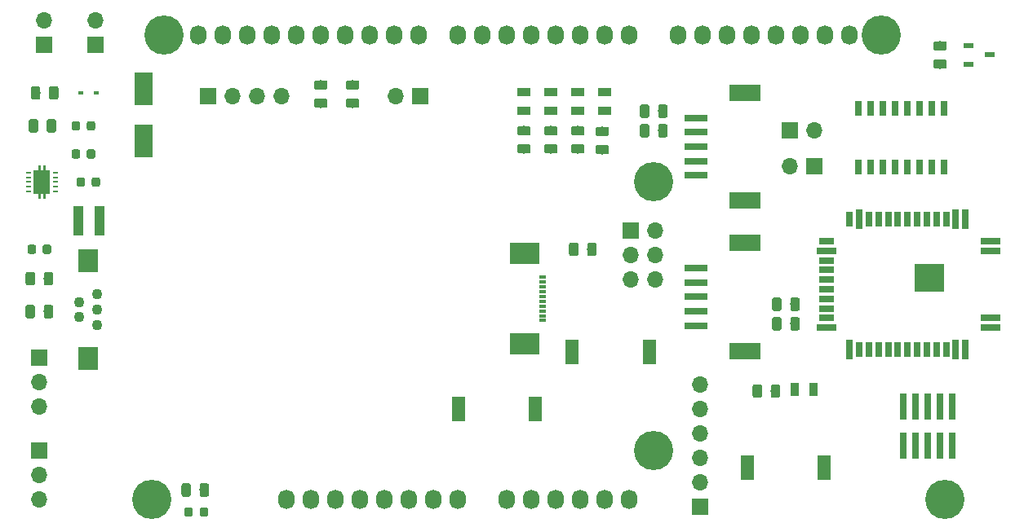
<source format=gts>
G04 #@! TF.GenerationSoftware,KiCad,Pcbnew,(5.1.4)-1*
G04 #@! TF.CreationDate,2021-04-19T15:03:55+02:00*
G04 #@! TF.ProjectId,cSLIM-shield,63534c49-4d2d-4736-9869-656c642e6b69,rev?*
G04 #@! TF.SameCoordinates,Original*
G04 #@! TF.FileFunction,Soldermask,Top*
G04 #@! TF.FilePolarity,Negative*
%FSLAX46Y46*%
G04 Gerber Fmt 4.6, Leading zero omitted, Abs format (unit mm)*
G04 Created by KiCad (PCBNEW (5.1.4)-1) date 2021-04-19 15:03:55*
%MOMM*%
%LPD*%
G04 APERTURE LIST*
%ADD10O,1.727200X2.032000*%
%ADD11C,4.064000*%
%ADD12C,0.250000*%
%ADD13C,0.875000*%
%ADD14R,0.700000X2.000000*%
%ADD15R,0.700000X1.500000*%
%ADD16R,1.500000X0.700000*%
%ADD17R,2.000000X0.700000*%
%ADD18R,3.030000X3.000000*%
%ADD19O,1.700000X1.700000*%
%ADD20R,1.700000X1.700000*%
%ADD21R,0.740000X2.795000*%
%ADD22R,2.400000X0.800000*%
%ADD23R,3.300000X1.800000*%
%ADD24R,1.140000X3.050000*%
%ADD25R,1.450000X0.950000*%
%ADD26R,1.400000X0.900000*%
%ADD27C,0.975000*%
%ADD28R,0.750000X1.600000*%
%ADD29R,1.400000X2.500000*%
%ADD30R,0.600000X0.240000*%
%ADD31C,1.650000*%
%ADD32R,1.050000X0.600000*%
%ADD33R,0.900000X1.400000*%
%ADD34C,1.100000*%
%ADD35R,2.000000X2.400000*%
%ADD36R,0.800000X0.300000*%
%ADD37R,3.050000X2.200000*%
%ADD38R,1.850000X3.500000*%
%ADD39R,0.560000X0.420000*%
G04 APERTURE END LIST*
D10*
X138938000Y-123825000D03*
X141478000Y-123825000D03*
X144018000Y-123825000D03*
X146558000Y-123825000D03*
X149098000Y-123825000D03*
X151638000Y-123825000D03*
X154178000Y-123825000D03*
X156718000Y-123825000D03*
X161798000Y-123825000D03*
X164338000Y-123825000D03*
X166878000Y-123825000D03*
X169418000Y-123825000D03*
X171958000Y-123825000D03*
X174498000Y-123825000D03*
X129794000Y-75565000D03*
X132334000Y-75565000D03*
X134874000Y-75565000D03*
X137414000Y-75565000D03*
X139954000Y-75565000D03*
X142494000Y-75565000D03*
X145034000Y-75565000D03*
X147574000Y-75565000D03*
X150114000Y-75565000D03*
X152654000Y-75565000D03*
X156718000Y-75565000D03*
X159258000Y-75565000D03*
X161798000Y-75565000D03*
X164338000Y-75565000D03*
X166878000Y-75565000D03*
X169418000Y-75565000D03*
X171958000Y-75565000D03*
X174498000Y-75565000D03*
D11*
X124968000Y-123825000D03*
X177038000Y-118745000D03*
X126238000Y-75565000D03*
X177038000Y-90805000D03*
D10*
X179578000Y-75565000D03*
X182118000Y-75565000D03*
X184658000Y-75565000D03*
X187198000Y-75565000D03*
X189738000Y-75565000D03*
X192278000Y-75565000D03*
X194818000Y-75565000D03*
X197358000Y-75565000D03*
D11*
X200660000Y-75565000D03*
X207264000Y-123825000D03*
D12*
G36*
X129018691Y-124621053D02*
G01*
X129039926Y-124624203D01*
X129060750Y-124629419D01*
X129080962Y-124636651D01*
X129100368Y-124645830D01*
X129118781Y-124656866D01*
X129136024Y-124669654D01*
X129151930Y-124684070D01*
X129166346Y-124699976D01*
X129179134Y-124717219D01*
X129190170Y-124735632D01*
X129199349Y-124755038D01*
X129206581Y-124775250D01*
X129211797Y-124796074D01*
X129214947Y-124817309D01*
X129216000Y-124838750D01*
X129216000Y-125351250D01*
X129214947Y-125372691D01*
X129211797Y-125393926D01*
X129206581Y-125414750D01*
X129199349Y-125434962D01*
X129190170Y-125454368D01*
X129179134Y-125472781D01*
X129166346Y-125490024D01*
X129151930Y-125505930D01*
X129136024Y-125520346D01*
X129118781Y-125533134D01*
X129100368Y-125544170D01*
X129080962Y-125553349D01*
X129060750Y-125560581D01*
X129039926Y-125565797D01*
X129018691Y-125568947D01*
X128997250Y-125570000D01*
X128559750Y-125570000D01*
X128538309Y-125568947D01*
X128517074Y-125565797D01*
X128496250Y-125560581D01*
X128476038Y-125553349D01*
X128456632Y-125544170D01*
X128438219Y-125533134D01*
X128420976Y-125520346D01*
X128405070Y-125505930D01*
X128390654Y-125490024D01*
X128377866Y-125472781D01*
X128366830Y-125454368D01*
X128357651Y-125434962D01*
X128350419Y-125414750D01*
X128345203Y-125393926D01*
X128342053Y-125372691D01*
X128341000Y-125351250D01*
X128341000Y-124838750D01*
X128342053Y-124817309D01*
X128345203Y-124796074D01*
X128350419Y-124775250D01*
X128357651Y-124755038D01*
X128366830Y-124735632D01*
X128377866Y-124717219D01*
X128390654Y-124699976D01*
X128405070Y-124684070D01*
X128420976Y-124669654D01*
X128438219Y-124656866D01*
X128456632Y-124645830D01*
X128476038Y-124636651D01*
X128496250Y-124629419D01*
X128517074Y-124624203D01*
X128538309Y-124621053D01*
X128559750Y-124620000D01*
X128997250Y-124620000D01*
X129018691Y-124621053D01*
X129018691Y-124621053D01*
G37*
D13*
X128778500Y-125095000D03*
D12*
G36*
X130593691Y-124621053D02*
G01*
X130614926Y-124624203D01*
X130635750Y-124629419D01*
X130655962Y-124636651D01*
X130675368Y-124645830D01*
X130693781Y-124656866D01*
X130711024Y-124669654D01*
X130726930Y-124684070D01*
X130741346Y-124699976D01*
X130754134Y-124717219D01*
X130765170Y-124735632D01*
X130774349Y-124755038D01*
X130781581Y-124775250D01*
X130786797Y-124796074D01*
X130789947Y-124817309D01*
X130791000Y-124838750D01*
X130791000Y-125351250D01*
X130789947Y-125372691D01*
X130786797Y-125393926D01*
X130781581Y-125414750D01*
X130774349Y-125434962D01*
X130765170Y-125454368D01*
X130754134Y-125472781D01*
X130741346Y-125490024D01*
X130726930Y-125505930D01*
X130711024Y-125520346D01*
X130693781Y-125533134D01*
X130675368Y-125544170D01*
X130655962Y-125553349D01*
X130635750Y-125560581D01*
X130614926Y-125565797D01*
X130593691Y-125568947D01*
X130572250Y-125570000D01*
X130134750Y-125570000D01*
X130113309Y-125568947D01*
X130092074Y-125565797D01*
X130071250Y-125560581D01*
X130051038Y-125553349D01*
X130031632Y-125544170D01*
X130013219Y-125533134D01*
X129995976Y-125520346D01*
X129980070Y-125505930D01*
X129965654Y-125490024D01*
X129952866Y-125472781D01*
X129941830Y-125454368D01*
X129932651Y-125434962D01*
X129925419Y-125414750D01*
X129920203Y-125393926D01*
X129917053Y-125372691D01*
X129916000Y-125351250D01*
X129916000Y-124838750D01*
X129917053Y-124817309D01*
X129920203Y-124796074D01*
X129925419Y-124775250D01*
X129932651Y-124755038D01*
X129941830Y-124735632D01*
X129952866Y-124717219D01*
X129965654Y-124699976D01*
X129980070Y-124684070D01*
X129995976Y-124669654D01*
X130013219Y-124656866D01*
X130031632Y-124645830D01*
X130051038Y-124636651D01*
X130071250Y-124629419D01*
X130092074Y-124624203D01*
X130113309Y-124621053D01*
X130134750Y-124620000D01*
X130572250Y-124620000D01*
X130593691Y-124621053D01*
X130593691Y-124621053D01*
G37*
D13*
X130353500Y-125095000D03*
D12*
G36*
X118883691Y-84489053D02*
G01*
X118904926Y-84492203D01*
X118925750Y-84497419D01*
X118945962Y-84504651D01*
X118965368Y-84513830D01*
X118983781Y-84524866D01*
X119001024Y-84537654D01*
X119016930Y-84552070D01*
X119031346Y-84567976D01*
X119044134Y-84585219D01*
X119055170Y-84603632D01*
X119064349Y-84623038D01*
X119071581Y-84643250D01*
X119076797Y-84664074D01*
X119079947Y-84685309D01*
X119081000Y-84706750D01*
X119081000Y-85219250D01*
X119079947Y-85240691D01*
X119076797Y-85261926D01*
X119071581Y-85282750D01*
X119064349Y-85302962D01*
X119055170Y-85322368D01*
X119044134Y-85340781D01*
X119031346Y-85358024D01*
X119016930Y-85373930D01*
X119001024Y-85388346D01*
X118983781Y-85401134D01*
X118965368Y-85412170D01*
X118945962Y-85421349D01*
X118925750Y-85428581D01*
X118904926Y-85433797D01*
X118883691Y-85436947D01*
X118862250Y-85438000D01*
X118424750Y-85438000D01*
X118403309Y-85436947D01*
X118382074Y-85433797D01*
X118361250Y-85428581D01*
X118341038Y-85421349D01*
X118321632Y-85412170D01*
X118303219Y-85401134D01*
X118285976Y-85388346D01*
X118270070Y-85373930D01*
X118255654Y-85358024D01*
X118242866Y-85340781D01*
X118231830Y-85322368D01*
X118222651Y-85302962D01*
X118215419Y-85282750D01*
X118210203Y-85261926D01*
X118207053Y-85240691D01*
X118206000Y-85219250D01*
X118206000Y-84706750D01*
X118207053Y-84685309D01*
X118210203Y-84664074D01*
X118215419Y-84643250D01*
X118222651Y-84623038D01*
X118231830Y-84603632D01*
X118242866Y-84585219D01*
X118255654Y-84567976D01*
X118270070Y-84552070D01*
X118285976Y-84537654D01*
X118303219Y-84524866D01*
X118321632Y-84513830D01*
X118341038Y-84504651D01*
X118361250Y-84497419D01*
X118382074Y-84492203D01*
X118403309Y-84489053D01*
X118424750Y-84488000D01*
X118862250Y-84488000D01*
X118883691Y-84489053D01*
X118883691Y-84489053D01*
G37*
D13*
X118643500Y-84963000D03*
D12*
G36*
X117308691Y-84489053D02*
G01*
X117329926Y-84492203D01*
X117350750Y-84497419D01*
X117370962Y-84504651D01*
X117390368Y-84513830D01*
X117408781Y-84524866D01*
X117426024Y-84537654D01*
X117441930Y-84552070D01*
X117456346Y-84567976D01*
X117469134Y-84585219D01*
X117480170Y-84603632D01*
X117489349Y-84623038D01*
X117496581Y-84643250D01*
X117501797Y-84664074D01*
X117504947Y-84685309D01*
X117506000Y-84706750D01*
X117506000Y-85219250D01*
X117504947Y-85240691D01*
X117501797Y-85261926D01*
X117496581Y-85282750D01*
X117489349Y-85302962D01*
X117480170Y-85322368D01*
X117469134Y-85340781D01*
X117456346Y-85358024D01*
X117441930Y-85373930D01*
X117426024Y-85388346D01*
X117408781Y-85401134D01*
X117390368Y-85412170D01*
X117370962Y-85421349D01*
X117350750Y-85428581D01*
X117329926Y-85433797D01*
X117308691Y-85436947D01*
X117287250Y-85438000D01*
X116849750Y-85438000D01*
X116828309Y-85436947D01*
X116807074Y-85433797D01*
X116786250Y-85428581D01*
X116766038Y-85421349D01*
X116746632Y-85412170D01*
X116728219Y-85401134D01*
X116710976Y-85388346D01*
X116695070Y-85373930D01*
X116680654Y-85358024D01*
X116667866Y-85340781D01*
X116656830Y-85322368D01*
X116647651Y-85302962D01*
X116640419Y-85282750D01*
X116635203Y-85261926D01*
X116632053Y-85240691D01*
X116631000Y-85219250D01*
X116631000Y-84706750D01*
X116632053Y-84685309D01*
X116635203Y-84664074D01*
X116640419Y-84643250D01*
X116647651Y-84623038D01*
X116656830Y-84603632D01*
X116667866Y-84585219D01*
X116680654Y-84567976D01*
X116695070Y-84552070D01*
X116710976Y-84537654D01*
X116728219Y-84524866D01*
X116746632Y-84513830D01*
X116766038Y-84504651D01*
X116786250Y-84497419D01*
X116807074Y-84492203D01*
X116828309Y-84489053D01*
X116849750Y-84488000D01*
X117287250Y-84488000D01*
X117308691Y-84489053D01*
X117308691Y-84489053D01*
G37*
D13*
X117068500Y-84963000D03*
D12*
G36*
X117308691Y-87410053D02*
G01*
X117329926Y-87413203D01*
X117350750Y-87418419D01*
X117370962Y-87425651D01*
X117390368Y-87434830D01*
X117408781Y-87445866D01*
X117426024Y-87458654D01*
X117441930Y-87473070D01*
X117456346Y-87488976D01*
X117469134Y-87506219D01*
X117480170Y-87524632D01*
X117489349Y-87544038D01*
X117496581Y-87564250D01*
X117501797Y-87585074D01*
X117504947Y-87606309D01*
X117506000Y-87627750D01*
X117506000Y-88140250D01*
X117504947Y-88161691D01*
X117501797Y-88182926D01*
X117496581Y-88203750D01*
X117489349Y-88223962D01*
X117480170Y-88243368D01*
X117469134Y-88261781D01*
X117456346Y-88279024D01*
X117441930Y-88294930D01*
X117426024Y-88309346D01*
X117408781Y-88322134D01*
X117390368Y-88333170D01*
X117370962Y-88342349D01*
X117350750Y-88349581D01*
X117329926Y-88354797D01*
X117308691Y-88357947D01*
X117287250Y-88359000D01*
X116849750Y-88359000D01*
X116828309Y-88357947D01*
X116807074Y-88354797D01*
X116786250Y-88349581D01*
X116766038Y-88342349D01*
X116746632Y-88333170D01*
X116728219Y-88322134D01*
X116710976Y-88309346D01*
X116695070Y-88294930D01*
X116680654Y-88279024D01*
X116667866Y-88261781D01*
X116656830Y-88243368D01*
X116647651Y-88223962D01*
X116640419Y-88203750D01*
X116635203Y-88182926D01*
X116632053Y-88161691D01*
X116631000Y-88140250D01*
X116631000Y-87627750D01*
X116632053Y-87606309D01*
X116635203Y-87585074D01*
X116640419Y-87564250D01*
X116647651Y-87544038D01*
X116656830Y-87524632D01*
X116667866Y-87506219D01*
X116680654Y-87488976D01*
X116695070Y-87473070D01*
X116710976Y-87458654D01*
X116728219Y-87445866D01*
X116746632Y-87434830D01*
X116766038Y-87425651D01*
X116786250Y-87418419D01*
X116807074Y-87413203D01*
X116828309Y-87410053D01*
X116849750Y-87409000D01*
X117287250Y-87409000D01*
X117308691Y-87410053D01*
X117308691Y-87410053D01*
G37*
D13*
X117068500Y-87884000D03*
D12*
G36*
X118883691Y-87410053D02*
G01*
X118904926Y-87413203D01*
X118925750Y-87418419D01*
X118945962Y-87425651D01*
X118965368Y-87434830D01*
X118983781Y-87445866D01*
X119001024Y-87458654D01*
X119016930Y-87473070D01*
X119031346Y-87488976D01*
X119044134Y-87506219D01*
X119055170Y-87524632D01*
X119064349Y-87544038D01*
X119071581Y-87564250D01*
X119076797Y-87585074D01*
X119079947Y-87606309D01*
X119081000Y-87627750D01*
X119081000Y-88140250D01*
X119079947Y-88161691D01*
X119076797Y-88182926D01*
X119071581Y-88203750D01*
X119064349Y-88223962D01*
X119055170Y-88243368D01*
X119044134Y-88261781D01*
X119031346Y-88279024D01*
X119016930Y-88294930D01*
X119001024Y-88309346D01*
X118983781Y-88322134D01*
X118965368Y-88333170D01*
X118945962Y-88342349D01*
X118925750Y-88349581D01*
X118904926Y-88354797D01*
X118883691Y-88357947D01*
X118862250Y-88359000D01*
X118424750Y-88359000D01*
X118403309Y-88357947D01*
X118382074Y-88354797D01*
X118361250Y-88349581D01*
X118341038Y-88342349D01*
X118321632Y-88333170D01*
X118303219Y-88322134D01*
X118285976Y-88309346D01*
X118270070Y-88294930D01*
X118255654Y-88279024D01*
X118242866Y-88261781D01*
X118231830Y-88243368D01*
X118222651Y-88223962D01*
X118215419Y-88203750D01*
X118210203Y-88182926D01*
X118207053Y-88161691D01*
X118206000Y-88140250D01*
X118206000Y-87627750D01*
X118207053Y-87606309D01*
X118210203Y-87585074D01*
X118215419Y-87564250D01*
X118222651Y-87544038D01*
X118231830Y-87524632D01*
X118242866Y-87506219D01*
X118255654Y-87488976D01*
X118270070Y-87473070D01*
X118285976Y-87458654D01*
X118303219Y-87445866D01*
X118321632Y-87434830D01*
X118341038Y-87425651D01*
X118361250Y-87418419D01*
X118382074Y-87413203D01*
X118403309Y-87410053D01*
X118424750Y-87409000D01*
X118862250Y-87409000D01*
X118883691Y-87410053D01*
X118883691Y-87410053D01*
G37*
D13*
X118643500Y-87884000D03*
D12*
G36*
X117816691Y-90331053D02*
G01*
X117837926Y-90334203D01*
X117858750Y-90339419D01*
X117878962Y-90346651D01*
X117898368Y-90355830D01*
X117916781Y-90366866D01*
X117934024Y-90379654D01*
X117949930Y-90394070D01*
X117964346Y-90409976D01*
X117977134Y-90427219D01*
X117988170Y-90445632D01*
X117997349Y-90465038D01*
X118004581Y-90485250D01*
X118009797Y-90506074D01*
X118012947Y-90527309D01*
X118014000Y-90548750D01*
X118014000Y-91061250D01*
X118012947Y-91082691D01*
X118009797Y-91103926D01*
X118004581Y-91124750D01*
X117997349Y-91144962D01*
X117988170Y-91164368D01*
X117977134Y-91182781D01*
X117964346Y-91200024D01*
X117949930Y-91215930D01*
X117934024Y-91230346D01*
X117916781Y-91243134D01*
X117898368Y-91254170D01*
X117878962Y-91263349D01*
X117858750Y-91270581D01*
X117837926Y-91275797D01*
X117816691Y-91278947D01*
X117795250Y-91280000D01*
X117357750Y-91280000D01*
X117336309Y-91278947D01*
X117315074Y-91275797D01*
X117294250Y-91270581D01*
X117274038Y-91263349D01*
X117254632Y-91254170D01*
X117236219Y-91243134D01*
X117218976Y-91230346D01*
X117203070Y-91215930D01*
X117188654Y-91200024D01*
X117175866Y-91182781D01*
X117164830Y-91164368D01*
X117155651Y-91144962D01*
X117148419Y-91124750D01*
X117143203Y-91103926D01*
X117140053Y-91082691D01*
X117139000Y-91061250D01*
X117139000Y-90548750D01*
X117140053Y-90527309D01*
X117143203Y-90506074D01*
X117148419Y-90485250D01*
X117155651Y-90465038D01*
X117164830Y-90445632D01*
X117175866Y-90427219D01*
X117188654Y-90409976D01*
X117203070Y-90394070D01*
X117218976Y-90379654D01*
X117236219Y-90366866D01*
X117254632Y-90355830D01*
X117274038Y-90346651D01*
X117294250Y-90339419D01*
X117315074Y-90334203D01*
X117336309Y-90331053D01*
X117357750Y-90330000D01*
X117795250Y-90330000D01*
X117816691Y-90331053D01*
X117816691Y-90331053D01*
G37*
D13*
X117576500Y-90805000D03*
D12*
G36*
X119391691Y-90331053D02*
G01*
X119412926Y-90334203D01*
X119433750Y-90339419D01*
X119453962Y-90346651D01*
X119473368Y-90355830D01*
X119491781Y-90366866D01*
X119509024Y-90379654D01*
X119524930Y-90394070D01*
X119539346Y-90409976D01*
X119552134Y-90427219D01*
X119563170Y-90445632D01*
X119572349Y-90465038D01*
X119579581Y-90485250D01*
X119584797Y-90506074D01*
X119587947Y-90527309D01*
X119589000Y-90548750D01*
X119589000Y-91061250D01*
X119587947Y-91082691D01*
X119584797Y-91103926D01*
X119579581Y-91124750D01*
X119572349Y-91144962D01*
X119563170Y-91164368D01*
X119552134Y-91182781D01*
X119539346Y-91200024D01*
X119524930Y-91215930D01*
X119509024Y-91230346D01*
X119491781Y-91243134D01*
X119473368Y-91254170D01*
X119453962Y-91263349D01*
X119433750Y-91270581D01*
X119412926Y-91275797D01*
X119391691Y-91278947D01*
X119370250Y-91280000D01*
X118932750Y-91280000D01*
X118911309Y-91278947D01*
X118890074Y-91275797D01*
X118869250Y-91270581D01*
X118849038Y-91263349D01*
X118829632Y-91254170D01*
X118811219Y-91243134D01*
X118793976Y-91230346D01*
X118778070Y-91215930D01*
X118763654Y-91200024D01*
X118750866Y-91182781D01*
X118739830Y-91164368D01*
X118730651Y-91144962D01*
X118723419Y-91124750D01*
X118718203Y-91103926D01*
X118715053Y-91082691D01*
X118714000Y-91061250D01*
X118714000Y-90548750D01*
X118715053Y-90527309D01*
X118718203Y-90506074D01*
X118723419Y-90485250D01*
X118730651Y-90465038D01*
X118739830Y-90445632D01*
X118750866Y-90427219D01*
X118763654Y-90409976D01*
X118778070Y-90394070D01*
X118793976Y-90379654D01*
X118811219Y-90366866D01*
X118829632Y-90355830D01*
X118849038Y-90346651D01*
X118869250Y-90339419D01*
X118890074Y-90334203D01*
X118911309Y-90331053D01*
X118932750Y-90330000D01*
X119370250Y-90330000D01*
X119391691Y-90331053D01*
X119391691Y-90331053D01*
G37*
D13*
X119151500Y-90805000D03*
D14*
X209374000Y-94690000D03*
X208374000Y-94690000D03*
D15*
X207374000Y-94690000D03*
X206374000Y-94690000D03*
X205374000Y-94690000D03*
X204374000Y-94690000D03*
X203374000Y-94690000D03*
X202374000Y-94690000D03*
X201374000Y-94690000D03*
X200374000Y-94690000D03*
X199374000Y-94690000D03*
D14*
X198374000Y-94690000D03*
D15*
X197374000Y-94690000D03*
D16*
X194954000Y-96940000D03*
D17*
X194954000Y-97940000D03*
D16*
X194954000Y-98940000D03*
X194954000Y-99940000D03*
X194954000Y-100940000D03*
X194954000Y-101940000D03*
X194954000Y-102940000D03*
X194954000Y-103940000D03*
X194954000Y-104940000D03*
D17*
X194954000Y-105940000D03*
D14*
X197374000Y-108190000D03*
D15*
X198374000Y-108190000D03*
X199374000Y-108190000D03*
X200374000Y-108190000D03*
X201374000Y-108190000D03*
X202374000Y-108190000D03*
X203374000Y-108190000D03*
X204374000Y-108190000D03*
X205374000Y-108190000D03*
X206374000Y-108190000D03*
X207374000Y-108190000D03*
D14*
X208374000Y-108190000D03*
X209374000Y-108190000D03*
D17*
X211954000Y-105940000D03*
X211954000Y-104940000D03*
X211954000Y-97940000D03*
X211954000Y-96940000D03*
D18*
X205624000Y-100740000D03*
D19*
X113284000Y-123825000D03*
X113284000Y-121285000D03*
D20*
X113284000Y-118745000D03*
X113284000Y-109093000D03*
D19*
X113284000Y-111633000D03*
X113284000Y-114173000D03*
D20*
X113792000Y-76581000D03*
D19*
X113792000Y-74041000D03*
D20*
X130810000Y-81915000D03*
D19*
X133350000Y-81915000D03*
X135890000Y-81915000D03*
X138430000Y-81915000D03*
D20*
X181864000Y-124587000D03*
D19*
X181864000Y-122047000D03*
X181864000Y-119507000D03*
X181864000Y-116967000D03*
X181864000Y-114427000D03*
X181864000Y-111887000D03*
D21*
X202946000Y-118237500D03*
X202946000Y-114172500D03*
X204216000Y-118237500D03*
X204216000Y-114172500D03*
X205486000Y-118237500D03*
X205486000Y-114172500D03*
X206756000Y-118237500D03*
X206756000Y-114172500D03*
X208026000Y-118237500D03*
X208026000Y-114172500D03*
D22*
X181458000Y-99743000D03*
X181458000Y-101243000D03*
X181458000Y-102743000D03*
X181458000Y-104243000D03*
X181458000Y-105743000D03*
D23*
X186508000Y-97143000D03*
X186508000Y-108343000D03*
D24*
X119508000Y-94869000D03*
X117348000Y-94869000D03*
D25*
X171958000Y-81473000D03*
X171958000Y-83373000D03*
D26*
X169164000Y-81473000D03*
X169164000Y-83373000D03*
X166370000Y-83373000D03*
X166370000Y-81473000D03*
X163576000Y-81473000D03*
X163576000Y-83373000D03*
D12*
G36*
X190084142Y-104838174D02*
G01*
X190107803Y-104841684D01*
X190131007Y-104847496D01*
X190153529Y-104855554D01*
X190175153Y-104865782D01*
X190195670Y-104878079D01*
X190214883Y-104892329D01*
X190232607Y-104908393D01*
X190248671Y-104926117D01*
X190262921Y-104945330D01*
X190275218Y-104965847D01*
X190285446Y-104987471D01*
X190293504Y-105009993D01*
X190299316Y-105033197D01*
X190302826Y-105056858D01*
X190304000Y-105080750D01*
X190304000Y-105993250D01*
X190302826Y-106017142D01*
X190299316Y-106040803D01*
X190293504Y-106064007D01*
X190285446Y-106086529D01*
X190275218Y-106108153D01*
X190262921Y-106128670D01*
X190248671Y-106147883D01*
X190232607Y-106165607D01*
X190214883Y-106181671D01*
X190195670Y-106195921D01*
X190175153Y-106208218D01*
X190153529Y-106218446D01*
X190131007Y-106226504D01*
X190107803Y-106232316D01*
X190084142Y-106235826D01*
X190060250Y-106237000D01*
X189572750Y-106237000D01*
X189548858Y-106235826D01*
X189525197Y-106232316D01*
X189501993Y-106226504D01*
X189479471Y-106218446D01*
X189457847Y-106208218D01*
X189437330Y-106195921D01*
X189418117Y-106181671D01*
X189400393Y-106165607D01*
X189384329Y-106147883D01*
X189370079Y-106128670D01*
X189357782Y-106108153D01*
X189347554Y-106086529D01*
X189339496Y-106064007D01*
X189333684Y-106040803D01*
X189330174Y-106017142D01*
X189329000Y-105993250D01*
X189329000Y-105080750D01*
X189330174Y-105056858D01*
X189333684Y-105033197D01*
X189339496Y-105009993D01*
X189347554Y-104987471D01*
X189357782Y-104965847D01*
X189370079Y-104945330D01*
X189384329Y-104926117D01*
X189400393Y-104908393D01*
X189418117Y-104892329D01*
X189437330Y-104878079D01*
X189457847Y-104865782D01*
X189479471Y-104855554D01*
X189501993Y-104847496D01*
X189525197Y-104841684D01*
X189548858Y-104838174D01*
X189572750Y-104837000D01*
X190060250Y-104837000D01*
X190084142Y-104838174D01*
X190084142Y-104838174D01*
G37*
D27*
X189816500Y-105537000D03*
D12*
G36*
X191959142Y-104838174D02*
G01*
X191982803Y-104841684D01*
X192006007Y-104847496D01*
X192028529Y-104855554D01*
X192050153Y-104865782D01*
X192070670Y-104878079D01*
X192089883Y-104892329D01*
X192107607Y-104908393D01*
X192123671Y-104926117D01*
X192137921Y-104945330D01*
X192150218Y-104965847D01*
X192160446Y-104987471D01*
X192168504Y-105009993D01*
X192174316Y-105033197D01*
X192177826Y-105056858D01*
X192179000Y-105080750D01*
X192179000Y-105993250D01*
X192177826Y-106017142D01*
X192174316Y-106040803D01*
X192168504Y-106064007D01*
X192160446Y-106086529D01*
X192150218Y-106108153D01*
X192137921Y-106128670D01*
X192123671Y-106147883D01*
X192107607Y-106165607D01*
X192089883Y-106181671D01*
X192070670Y-106195921D01*
X192050153Y-106208218D01*
X192028529Y-106218446D01*
X192006007Y-106226504D01*
X191982803Y-106232316D01*
X191959142Y-106235826D01*
X191935250Y-106237000D01*
X191447750Y-106237000D01*
X191423858Y-106235826D01*
X191400197Y-106232316D01*
X191376993Y-106226504D01*
X191354471Y-106218446D01*
X191332847Y-106208218D01*
X191312330Y-106195921D01*
X191293117Y-106181671D01*
X191275393Y-106165607D01*
X191259329Y-106147883D01*
X191245079Y-106128670D01*
X191232782Y-106108153D01*
X191222554Y-106086529D01*
X191214496Y-106064007D01*
X191208684Y-106040803D01*
X191205174Y-106017142D01*
X191204000Y-105993250D01*
X191204000Y-105080750D01*
X191205174Y-105056858D01*
X191208684Y-105033197D01*
X191214496Y-105009993D01*
X191222554Y-104987471D01*
X191232782Y-104965847D01*
X191245079Y-104945330D01*
X191259329Y-104926117D01*
X191275393Y-104908393D01*
X191293117Y-104892329D01*
X191312330Y-104878079D01*
X191332847Y-104865782D01*
X191354471Y-104855554D01*
X191376993Y-104847496D01*
X191400197Y-104841684D01*
X191423858Y-104838174D01*
X191447750Y-104837000D01*
X191935250Y-104837000D01*
X191959142Y-104838174D01*
X191959142Y-104838174D01*
G37*
D27*
X191691500Y-105537000D03*
D12*
G36*
X190084142Y-102806174D02*
G01*
X190107803Y-102809684D01*
X190131007Y-102815496D01*
X190153529Y-102823554D01*
X190175153Y-102833782D01*
X190195670Y-102846079D01*
X190214883Y-102860329D01*
X190232607Y-102876393D01*
X190248671Y-102894117D01*
X190262921Y-102913330D01*
X190275218Y-102933847D01*
X190285446Y-102955471D01*
X190293504Y-102977993D01*
X190299316Y-103001197D01*
X190302826Y-103024858D01*
X190304000Y-103048750D01*
X190304000Y-103961250D01*
X190302826Y-103985142D01*
X190299316Y-104008803D01*
X190293504Y-104032007D01*
X190285446Y-104054529D01*
X190275218Y-104076153D01*
X190262921Y-104096670D01*
X190248671Y-104115883D01*
X190232607Y-104133607D01*
X190214883Y-104149671D01*
X190195670Y-104163921D01*
X190175153Y-104176218D01*
X190153529Y-104186446D01*
X190131007Y-104194504D01*
X190107803Y-104200316D01*
X190084142Y-104203826D01*
X190060250Y-104205000D01*
X189572750Y-104205000D01*
X189548858Y-104203826D01*
X189525197Y-104200316D01*
X189501993Y-104194504D01*
X189479471Y-104186446D01*
X189457847Y-104176218D01*
X189437330Y-104163921D01*
X189418117Y-104149671D01*
X189400393Y-104133607D01*
X189384329Y-104115883D01*
X189370079Y-104096670D01*
X189357782Y-104076153D01*
X189347554Y-104054529D01*
X189339496Y-104032007D01*
X189333684Y-104008803D01*
X189330174Y-103985142D01*
X189329000Y-103961250D01*
X189329000Y-103048750D01*
X189330174Y-103024858D01*
X189333684Y-103001197D01*
X189339496Y-102977993D01*
X189347554Y-102955471D01*
X189357782Y-102933847D01*
X189370079Y-102913330D01*
X189384329Y-102894117D01*
X189400393Y-102876393D01*
X189418117Y-102860329D01*
X189437330Y-102846079D01*
X189457847Y-102833782D01*
X189479471Y-102823554D01*
X189501993Y-102815496D01*
X189525197Y-102809684D01*
X189548858Y-102806174D01*
X189572750Y-102805000D01*
X190060250Y-102805000D01*
X190084142Y-102806174D01*
X190084142Y-102806174D01*
G37*
D27*
X189816500Y-103505000D03*
D12*
G36*
X191959142Y-102806174D02*
G01*
X191982803Y-102809684D01*
X192006007Y-102815496D01*
X192028529Y-102823554D01*
X192050153Y-102833782D01*
X192070670Y-102846079D01*
X192089883Y-102860329D01*
X192107607Y-102876393D01*
X192123671Y-102894117D01*
X192137921Y-102913330D01*
X192150218Y-102933847D01*
X192160446Y-102955471D01*
X192168504Y-102977993D01*
X192174316Y-103001197D01*
X192177826Y-103024858D01*
X192179000Y-103048750D01*
X192179000Y-103961250D01*
X192177826Y-103985142D01*
X192174316Y-104008803D01*
X192168504Y-104032007D01*
X192160446Y-104054529D01*
X192150218Y-104076153D01*
X192137921Y-104096670D01*
X192123671Y-104115883D01*
X192107607Y-104133607D01*
X192089883Y-104149671D01*
X192070670Y-104163921D01*
X192050153Y-104176218D01*
X192028529Y-104186446D01*
X192006007Y-104194504D01*
X191982803Y-104200316D01*
X191959142Y-104203826D01*
X191935250Y-104205000D01*
X191447750Y-104205000D01*
X191423858Y-104203826D01*
X191400197Y-104200316D01*
X191376993Y-104194504D01*
X191354471Y-104186446D01*
X191332847Y-104176218D01*
X191312330Y-104163921D01*
X191293117Y-104149671D01*
X191275393Y-104133607D01*
X191259329Y-104115883D01*
X191245079Y-104096670D01*
X191232782Y-104076153D01*
X191222554Y-104054529D01*
X191214496Y-104032007D01*
X191208684Y-104008803D01*
X191205174Y-103985142D01*
X191204000Y-103961250D01*
X191204000Y-103048750D01*
X191205174Y-103024858D01*
X191208684Y-103001197D01*
X191214496Y-102977993D01*
X191222554Y-102955471D01*
X191232782Y-102933847D01*
X191245079Y-102913330D01*
X191259329Y-102894117D01*
X191275393Y-102876393D01*
X191293117Y-102860329D01*
X191312330Y-102846079D01*
X191332847Y-102833782D01*
X191354471Y-102823554D01*
X191376993Y-102815496D01*
X191400197Y-102809684D01*
X191423858Y-102806174D01*
X191447750Y-102805000D01*
X191935250Y-102805000D01*
X191959142Y-102806174D01*
X191959142Y-102806174D01*
G37*
D27*
X191691500Y-103505000D03*
D12*
G36*
X172184142Y-85063174D02*
G01*
X172207803Y-85066684D01*
X172231007Y-85072496D01*
X172253529Y-85080554D01*
X172275153Y-85090782D01*
X172295670Y-85103079D01*
X172314883Y-85117329D01*
X172332607Y-85133393D01*
X172348671Y-85151117D01*
X172362921Y-85170330D01*
X172375218Y-85190847D01*
X172385446Y-85212471D01*
X172393504Y-85234993D01*
X172399316Y-85258197D01*
X172402826Y-85281858D01*
X172404000Y-85305750D01*
X172404000Y-85793250D01*
X172402826Y-85817142D01*
X172399316Y-85840803D01*
X172393504Y-85864007D01*
X172385446Y-85886529D01*
X172375218Y-85908153D01*
X172362921Y-85928670D01*
X172348671Y-85947883D01*
X172332607Y-85965607D01*
X172314883Y-85981671D01*
X172295670Y-85995921D01*
X172275153Y-86008218D01*
X172253529Y-86018446D01*
X172231007Y-86026504D01*
X172207803Y-86032316D01*
X172184142Y-86035826D01*
X172160250Y-86037000D01*
X171247750Y-86037000D01*
X171223858Y-86035826D01*
X171200197Y-86032316D01*
X171176993Y-86026504D01*
X171154471Y-86018446D01*
X171132847Y-86008218D01*
X171112330Y-85995921D01*
X171093117Y-85981671D01*
X171075393Y-85965607D01*
X171059329Y-85947883D01*
X171045079Y-85928670D01*
X171032782Y-85908153D01*
X171022554Y-85886529D01*
X171014496Y-85864007D01*
X171008684Y-85840803D01*
X171005174Y-85817142D01*
X171004000Y-85793250D01*
X171004000Y-85305750D01*
X171005174Y-85281858D01*
X171008684Y-85258197D01*
X171014496Y-85234993D01*
X171022554Y-85212471D01*
X171032782Y-85190847D01*
X171045079Y-85170330D01*
X171059329Y-85151117D01*
X171075393Y-85133393D01*
X171093117Y-85117329D01*
X171112330Y-85103079D01*
X171132847Y-85090782D01*
X171154471Y-85080554D01*
X171176993Y-85072496D01*
X171200197Y-85066684D01*
X171223858Y-85063174D01*
X171247750Y-85062000D01*
X172160250Y-85062000D01*
X172184142Y-85063174D01*
X172184142Y-85063174D01*
G37*
D27*
X171704000Y-85549500D03*
D12*
G36*
X172184142Y-86938174D02*
G01*
X172207803Y-86941684D01*
X172231007Y-86947496D01*
X172253529Y-86955554D01*
X172275153Y-86965782D01*
X172295670Y-86978079D01*
X172314883Y-86992329D01*
X172332607Y-87008393D01*
X172348671Y-87026117D01*
X172362921Y-87045330D01*
X172375218Y-87065847D01*
X172385446Y-87087471D01*
X172393504Y-87109993D01*
X172399316Y-87133197D01*
X172402826Y-87156858D01*
X172404000Y-87180750D01*
X172404000Y-87668250D01*
X172402826Y-87692142D01*
X172399316Y-87715803D01*
X172393504Y-87739007D01*
X172385446Y-87761529D01*
X172375218Y-87783153D01*
X172362921Y-87803670D01*
X172348671Y-87822883D01*
X172332607Y-87840607D01*
X172314883Y-87856671D01*
X172295670Y-87870921D01*
X172275153Y-87883218D01*
X172253529Y-87893446D01*
X172231007Y-87901504D01*
X172207803Y-87907316D01*
X172184142Y-87910826D01*
X172160250Y-87912000D01*
X171247750Y-87912000D01*
X171223858Y-87910826D01*
X171200197Y-87907316D01*
X171176993Y-87901504D01*
X171154471Y-87893446D01*
X171132847Y-87883218D01*
X171112330Y-87870921D01*
X171093117Y-87856671D01*
X171075393Y-87840607D01*
X171059329Y-87822883D01*
X171045079Y-87803670D01*
X171032782Y-87783153D01*
X171022554Y-87761529D01*
X171014496Y-87739007D01*
X171008684Y-87715803D01*
X171005174Y-87692142D01*
X171004000Y-87668250D01*
X171004000Y-87180750D01*
X171005174Y-87156858D01*
X171008684Y-87133197D01*
X171014496Y-87109993D01*
X171022554Y-87087471D01*
X171032782Y-87065847D01*
X171045079Y-87045330D01*
X171059329Y-87026117D01*
X171075393Y-87008393D01*
X171093117Y-86992329D01*
X171112330Y-86978079D01*
X171132847Y-86965782D01*
X171154471Y-86955554D01*
X171176993Y-86947496D01*
X171200197Y-86941684D01*
X171223858Y-86938174D01*
X171247750Y-86937000D01*
X172160250Y-86937000D01*
X172184142Y-86938174D01*
X172184142Y-86938174D01*
G37*
D27*
X171704000Y-87424500D03*
D12*
G36*
X169644142Y-86859674D02*
G01*
X169667803Y-86863184D01*
X169691007Y-86868996D01*
X169713529Y-86877054D01*
X169735153Y-86887282D01*
X169755670Y-86899579D01*
X169774883Y-86913829D01*
X169792607Y-86929893D01*
X169808671Y-86947617D01*
X169822921Y-86966830D01*
X169835218Y-86987347D01*
X169845446Y-87008971D01*
X169853504Y-87031493D01*
X169859316Y-87054697D01*
X169862826Y-87078358D01*
X169864000Y-87102250D01*
X169864000Y-87589750D01*
X169862826Y-87613642D01*
X169859316Y-87637303D01*
X169853504Y-87660507D01*
X169845446Y-87683029D01*
X169835218Y-87704653D01*
X169822921Y-87725170D01*
X169808671Y-87744383D01*
X169792607Y-87762107D01*
X169774883Y-87778171D01*
X169755670Y-87792421D01*
X169735153Y-87804718D01*
X169713529Y-87814946D01*
X169691007Y-87823004D01*
X169667803Y-87828816D01*
X169644142Y-87832326D01*
X169620250Y-87833500D01*
X168707750Y-87833500D01*
X168683858Y-87832326D01*
X168660197Y-87828816D01*
X168636993Y-87823004D01*
X168614471Y-87814946D01*
X168592847Y-87804718D01*
X168572330Y-87792421D01*
X168553117Y-87778171D01*
X168535393Y-87762107D01*
X168519329Y-87744383D01*
X168505079Y-87725170D01*
X168492782Y-87704653D01*
X168482554Y-87683029D01*
X168474496Y-87660507D01*
X168468684Y-87637303D01*
X168465174Y-87613642D01*
X168464000Y-87589750D01*
X168464000Y-87102250D01*
X168465174Y-87078358D01*
X168468684Y-87054697D01*
X168474496Y-87031493D01*
X168482554Y-87008971D01*
X168492782Y-86987347D01*
X168505079Y-86966830D01*
X168519329Y-86947617D01*
X168535393Y-86929893D01*
X168553117Y-86913829D01*
X168572330Y-86899579D01*
X168592847Y-86887282D01*
X168614471Y-86877054D01*
X168636993Y-86868996D01*
X168660197Y-86863184D01*
X168683858Y-86859674D01*
X168707750Y-86858500D01*
X169620250Y-86858500D01*
X169644142Y-86859674D01*
X169644142Y-86859674D01*
G37*
D27*
X169164000Y-87346000D03*
D12*
G36*
X169644142Y-84984674D02*
G01*
X169667803Y-84988184D01*
X169691007Y-84993996D01*
X169713529Y-85002054D01*
X169735153Y-85012282D01*
X169755670Y-85024579D01*
X169774883Y-85038829D01*
X169792607Y-85054893D01*
X169808671Y-85072617D01*
X169822921Y-85091830D01*
X169835218Y-85112347D01*
X169845446Y-85133971D01*
X169853504Y-85156493D01*
X169859316Y-85179697D01*
X169862826Y-85203358D01*
X169864000Y-85227250D01*
X169864000Y-85714750D01*
X169862826Y-85738642D01*
X169859316Y-85762303D01*
X169853504Y-85785507D01*
X169845446Y-85808029D01*
X169835218Y-85829653D01*
X169822921Y-85850170D01*
X169808671Y-85869383D01*
X169792607Y-85887107D01*
X169774883Y-85903171D01*
X169755670Y-85917421D01*
X169735153Y-85929718D01*
X169713529Y-85939946D01*
X169691007Y-85948004D01*
X169667803Y-85953816D01*
X169644142Y-85957326D01*
X169620250Y-85958500D01*
X168707750Y-85958500D01*
X168683858Y-85957326D01*
X168660197Y-85953816D01*
X168636993Y-85948004D01*
X168614471Y-85939946D01*
X168592847Y-85929718D01*
X168572330Y-85917421D01*
X168553117Y-85903171D01*
X168535393Y-85887107D01*
X168519329Y-85869383D01*
X168505079Y-85850170D01*
X168492782Y-85829653D01*
X168482554Y-85808029D01*
X168474496Y-85785507D01*
X168468684Y-85762303D01*
X168465174Y-85738642D01*
X168464000Y-85714750D01*
X168464000Y-85227250D01*
X168465174Y-85203358D01*
X168468684Y-85179697D01*
X168474496Y-85156493D01*
X168482554Y-85133971D01*
X168492782Y-85112347D01*
X168505079Y-85091830D01*
X168519329Y-85072617D01*
X168535393Y-85054893D01*
X168553117Y-85038829D01*
X168572330Y-85024579D01*
X168592847Y-85012282D01*
X168614471Y-85002054D01*
X168636993Y-84993996D01*
X168660197Y-84988184D01*
X168683858Y-84984674D01*
X168707750Y-84983500D01*
X169620250Y-84983500D01*
X169644142Y-84984674D01*
X169644142Y-84984674D01*
G37*
D27*
X169164000Y-85471000D03*
D12*
G36*
X166850142Y-84984674D02*
G01*
X166873803Y-84988184D01*
X166897007Y-84993996D01*
X166919529Y-85002054D01*
X166941153Y-85012282D01*
X166961670Y-85024579D01*
X166980883Y-85038829D01*
X166998607Y-85054893D01*
X167014671Y-85072617D01*
X167028921Y-85091830D01*
X167041218Y-85112347D01*
X167051446Y-85133971D01*
X167059504Y-85156493D01*
X167065316Y-85179697D01*
X167068826Y-85203358D01*
X167070000Y-85227250D01*
X167070000Y-85714750D01*
X167068826Y-85738642D01*
X167065316Y-85762303D01*
X167059504Y-85785507D01*
X167051446Y-85808029D01*
X167041218Y-85829653D01*
X167028921Y-85850170D01*
X167014671Y-85869383D01*
X166998607Y-85887107D01*
X166980883Y-85903171D01*
X166961670Y-85917421D01*
X166941153Y-85929718D01*
X166919529Y-85939946D01*
X166897007Y-85948004D01*
X166873803Y-85953816D01*
X166850142Y-85957326D01*
X166826250Y-85958500D01*
X165913750Y-85958500D01*
X165889858Y-85957326D01*
X165866197Y-85953816D01*
X165842993Y-85948004D01*
X165820471Y-85939946D01*
X165798847Y-85929718D01*
X165778330Y-85917421D01*
X165759117Y-85903171D01*
X165741393Y-85887107D01*
X165725329Y-85869383D01*
X165711079Y-85850170D01*
X165698782Y-85829653D01*
X165688554Y-85808029D01*
X165680496Y-85785507D01*
X165674684Y-85762303D01*
X165671174Y-85738642D01*
X165670000Y-85714750D01*
X165670000Y-85227250D01*
X165671174Y-85203358D01*
X165674684Y-85179697D01*
X165680496Y-85156493D01*
X165688554Y-85133971D01*
X165698782Y-85112347D01*
X165711079Y-85091830D01*
X165725329Y-85072617D01*
X165741393Y-85054893D01*
X165759117Y-85038829D01*
X165778330Y-85024579D01*
X165798847Y-85012282D01*
X165820471Y-85002054D01*
X165842993Y-84993996D01*
X165866197Y-84988184D01*
X165889858Y-84984674D01*
X165913750Y-84983500D01*
X166826250Y-84983500D01*
X166850142Y-84984674D01*
X166850142Y-84984674D01*
G37*
D27*
X166370000Y-85471000D03*
D12*
G36*
X166850142Y-86859674D02*
G01*
X166873803Y-86863184D01*
X166897007Y-86868996D01*
X166919529Y-86877054D01*
X166941153Y-86887282D01*
X166961670Y-86899579D01*
X166980883Y-86913829D01*
X166998607Y-86929893D01*
X167014671Y-86947617D01*
X167028921Y-86966830D01*
X167041218Y-86987347D01*
X167051446Y-87008971D01*
X167059504Y-87031493D01*
X167065316Y-87054697D01*
X167068826Y-87078358D01*
X167070000Y-87102250D01*
X167070000Y-87589750D01*
X167068826Y-87613642D01*
X167065316Y-87637303D01*
X167059504Y-87660507D01*
X167051446Y-87683029D01*
X167041218Y-87704653D01*
X167028921Y-87725170D01*
X167014671Y-87744383D01*
X166998607Y-87762107D01*
X166980883Y-87778171D01*
X166961670Y-87792421D01*
X166941153Y-87804718D01*
X166919529Y-87814946D01*
X166897007Y-87823004D01*
X166873803Y-87828816D01*
X166850142Y-87832326D01*
X166826250Y-87833500D01*
X165913750Y-87833500D01*
X165889858Y-87832326D01*
X165866197Y-87828816D01*
X165842993Y-87823004D01*
X165820471Y-87814946D01*
X165798847Y-87804718D01*
X165778330Y-87792421D01*
X165759117Y-87778171D01*
X165741393Y-87762107D01*
X165725329Y-87744383D01*
X165711079Y-87725170D01*
X165698782Y-87704653D01*
X165688554Y-87683029D01*
X165680496Y-87660507D01*
X165674684Y-87637303D01*
X165671174Y-87613642D01*
X165670000Y-87589750D01*
X165670000Y-87102250D01*
X165671174Y-87078358D01*
X165674684Y-87054697D01*
X165680496Y-87031493D01*
X165688554Y-87008971D01*
X165698782Y-86987347D01*
X165711079Y-86966830D01*
X165725329Y-86947617D01*
X165741393Y-86929893D01*
X165759117Y-86913829D01*
X165778330Y-86899579D01*
X165798847Y-86887282D01*
X165820471Y-86877054D01*
X165842993Y-86868996D01*
X165866197Y-86863184D01*
X165889858Y-86859674D01*
X165913750Y-86858500D01*
X166826250Y-86858500D01*
X166850142Y-86859674D01*
X166850142Y-86859674D01*
G37*
D27*
X166370000Y-87346000D03*
D12*
G36*
X164056142Y-86859674D02*
G01*
X164079803Y-86863184D01*
X164103007Y-86868996D01*
X164125529Y-86877054D01*
X164147153Y-86887282D01*
X164167670Y-86899579D01*
X164186883Y-86913829D01*
X164204607Y-86929893D01*
X164220671Y-86947617D01*
X164234921Y-86966830D01*
X164247218Y-86987347D01*
X164257446Y-87008971D01*
X164265504Y-87031493D01*
X164271316Y-87054697D01*
X164274826Y-87078358D01*
X164276000Y-87102250D01*
X164276000Y-87589750D01*
X164274826Y-87613642D01*
X164271316Y-87637303D01*
X164265504Y-87660507D01*
X164257446Y-87683029D01*
X164247218Y-87704653D01*
X164234921Y-87725170D01*
X164220671Y-87744383D01*
X164204607Y-87762107D01*
X164186883Y-87778171D01*
X164167670Y-87792421D01*
X164147153Y-87804718D01*
X164125529Y-87814946D01*
X164103007Y-87823004D01*
X164079803Y-87828816D01*
X164056142Y-87832326D01*
X164032250Y-87833500D01*
X163119750Y-87833500D01*
X163095858Y-87832326D01*
X163072197Y-87828816D01*
X163048993Y-87823004D01*
X163026471Y-87814946D01*
X163004847Y-87804718D01*
X162984330Y-87792421D01*
X162965117Y-87778171D01*
X162947393Y-87762107D01*
X162931329Y-87744383D01*
X162917079Y-87725170D01*
X162904782Y-87704653D01*
X162894554Y-87683029D01*
X162886496Y-87660507D01*
X162880684Y-87637303D01*
X162877174Y-87613642D01*
X162876000Y-87589750D01*
X162876000Y-87102250D01*
X162877174Y-87078358D01*
X162880684Y-87054697D01*
X162886496Y-87031493D01*
X162894554Y-87008971D01*
X162904782Y-86987347D01*
X162917079Y-86966830D01*
X162931329Y-86947617D01*
X162947393Y-86929893D01*
X162965117Y-86913829D01*
X162984330Y-86899579D01*
X163004847Y-86887282D01*
X163026471Y-86877054D01*
X163048993Y-86868996D01*
X163072197Y-86863184D01*
X163095858Y-86859674D01*
X163119750Y-86858500D01*
X164032250Y-86858500D01*
X164056142Y-86859674D01*
X164056142Y-86859674D01*
G37*
D27*
X163576000Y-87346000D03*
D12*
G36*
X164056142Y-84984674D02*
G01*
X164079803Y-84988184D01*
X164103007Y-84993996D01*
X164125529Y-85002054D01*
X164147153Y-85012282D01*
X164167670Y-85024579D01*
X164186883Y-85038829D01*
X164204607Y-85054893D01*
X164220671Y-85072617D01*
X164234921Y-85091830D01*
X164247218Y-85112347D01*
X164257446Y-85133971D01*
X164265504Y-85156493D01*
X164271316Y-85179697D01*
X164274826Y-85203358D01*
X164276000Y-85227250D01*
X164276000Y-85714750D01*
X164274826Y-85738642D01*
X164271316Y-85762303D01*
X164265504Y-85785507D01*
X164257446Y-85808029D01*
X164247218Y-85829653D01*
X164234921Y-85850170D01*
X164220671Y-85869383D01*
X164204607Y-85887107D01*
X164186883Y-85903171D01*
X164167670Y-85917421D01*
X164147153Y-85929718D01*
X164125529Y-85939946D01*
X164103007Y-85948004D01*
X164079803Y-85953816D01*
X164056142Y-85957326D01*
X164032250Y-85958500D01*
X163119750Y-85958500D01*
X163095858Y-85957326D01*
X163072197Y-85953816D01*
X163048993Y-85948004D01*
X163026471Y-85939946D01*
X163004847Y-85929718D01*
X162984330Y-85917421D01*
X162965117Y-85903171D01*
X162947393Y-85887107D01*
X162931329Y-85869383D01*
X162917079Y-85850170D01*
X162904782Y-85829653D01*
X162894554Y-85808029D01*
X162886496Y-85785507D01*
X162880684Y-85762303D01*
X162877174Y-85738642D01*
X162876000Y-85714750D01*
X162876000Y-85227250D01*
X162877174Y-85203358D01*
X162880684Y-85179697D01*
X162886496Y-85156493D01*
X162894554Y-85133971D01*
X162904782Y-85112347D01*
X162917079Y-85091830D01*
X162931329Y-85072617D01*
X162947393Y-85054893D01*
X162965117Y-85038829D01*
X162984330Y-85024579D01*
X163004847Y-85012282D01*
X163026471Y-85002054D01*
X163048993Y-84993996D01*
X163072197Y-84988184D01*
X163095858Y-84984674D01*
X163119750Y-84983500D01*
X164032250Y-84983500D01*
X164056142Y-84984674D01*
X164056142Y-84984674D01*
G37*
D27*
X163576000Y-85471000D03*
D12*
G36*
X176368142Y-82740174D02*
G01*
X176391803Y-82743684D01*
X176415007Y-82749496D01*
X176437529Y-82757554D01*
X176459153Y-82767782D01*
X176479670Y-82780079D01*
X176498883Y-82794329D01*
X176516607Y-82810393D01*
X176532671Y-82828117D01*
X176546921Y-82847330D01*
X176559218Y-82867847D01*
X176569446Y-82889471D01*
X176577504Y-82911993D01*
X176583316Y-82935197D01*
X176586826Y-82958858D01*
X176588000Y-82982750D01*
X176588000Y-83895250D01*
X176586826Y-83919142D01*
X176583316Y-83942803D01*
X176577504Y-83966007D01*
X176569446Y-83988529D01*
X176559218Y-84010153D01*
X176546921Y-84030670D01*
X176532671Y-84049883D01*
X176516607Y-84067607D01*
X176498883Y-84083671D01*
X176479670Y-84097921D01*
X176459153Y-84110218D01*
X176437529Y-84120446D01*
X176415007Y-84128504D01*
X176391803Y-84134316D01*
X176368142Y-84137826D01*
X176344250Y-84139000D01*
X175856750Y-84139000D01*
X175832858Y-84137826D01*
X175809197Y-84134316D01*
X175785993Y-84128504D01*
X175763471Y-84120446D01*
X175741847Y-84110218D01*
X175721330Y-84097921D01*
X175702117Y-84083671D01*
X175684393Y-84067607D01*
X175668329Y-84049883D01*
X175654079Y-84030670D01*
X175641782Y-84010153D01*
X175631554Y-83988529D01*
X175623496Y-83966007D01*
X175617684Y-83942803D01*
X175614174Y-83919142D01*
X175613000Y-83895250D01*
X175613000Y-82982750D01*
X175614174Y-82958858D01*
X175617684Y-82935197D01*
X175623496Y-82911993D01*
X175631554Y-82889471D01*
X175641782Y-82867847D01*
X175654079Y-82847330D01*
X175668329Y-82828117D01*
X175684393Y-82810393D01*
X175702117Y-82794329D01*
X175721330Y-82780079D01*
X175741847Y-82767782D01*
X175763471Y-82757554D01*
X175785993Y-82749496D01*
X175809197Y-82743684D01*
X175832858Y-82740174D01*
X175856750Y-82739000D01*
X176344250Y-82739000D01*
X176368142Y-82740174D01*
X176368142Y-82740174D01*
G37*
D27*
X176100500Y-83439000D03*
D12*
G36*
X178243142Y-82740174D02*
G01*
X178266803Y-82743684D01*
X178290007Y-82749496D01*
X178312529Y-82757554D01*
X178334153Y-82767782D01*
X178354670Y-82780079D01*
X178373883Y-82794329D01*
X178391607Y-82810393D01*
X178407671Y-82828117D01*
X178421921Y-82847330D01*
X178434218Y-82867847D01*
X178444446Y-82889471D01*
X178452504Y-82911993D01*
X178458316Y-82935197D01*
X178461826Y-82958858D01*
X178463000Y-82982750D01*
X178463000Y-83895250D01*
X178461826Y-83919142D01*
X178458316Y-83942803D01*
X178452504Y-83966007D01*
X178444446Y-83988529D01*
X178434218Y-84010153D01*
X178421921Y-84030670D01*
X178407671Y-84049883D01*
X178391607Y-84067607D01*
X178373883Y-84083671D01*
X178354670Y-84097921D01*
X178334153Y-84110218D01*
X178312529Y-84120446D01*
X178290007Y-84128504D01*
X178266803Y-84134316D01*
X178243142Y-84137826D01*
X178219250Y-84139000D01*
X177731750Y-84139000D01*
X177707858Y-84137826D01*
X177684197Y-84134316D01*
X177660993Y-84128504D01*
X177638471Y-84120446D01*
X177616847Y-84110218D01*
X177596330Y-84097921D01*
X177577117Y-84083671D01*
X177559393Y-84067607D01*
X177543329Y-84049883D01*
X177529079Y-84030670D01*
X177516782Y-84010153D01*
X177506554Y-83988529D01*
X177498496Y-83966007D01*
X177492684Y-83942803D01*
X177489174Y-83919142D01*
X177488000Y-83895250D01*
X177488000Y-82982750D01*
X177489174Y-82958858D01*
X177492684Y-82935197D01*
X177498496Y-82911993D01*
X177506554Y-82889471D01*
X177516782Y-82867847D01*
X177529079Y-82847330D01*
X177543329Y-82828117D01*
X177559393Y-82810393D01*
X177577117Y-82794329D01*
X177596330Y-82780079D01*
X177616847Y-82767782D01*
X177638471Y-82757554D01*
X177660993Y-82749496D01*
X177684197Y-82743684D01*
X177707858Y-82740174D01*
X177731750Y-82739000D01*
X178219250Y-82739000D01*
X178243142Y-82740174D01*
X178243142Y-82740174D01*
G37*
D27*
X177975500Y-83439000D03*
D12*
G36*
X169002142Y-97091174D02*
G01*
X169025803Y-97094684D01*
X169049007Y-97100496D01*
X169071529Y-97108554D01*
X169093153Y-97118782D01*
X169113670Y-97131079D01*
X169132883Y-97145329D01*
X169150607Y-97161393D01*
X169166671Y-97179117D01*
X169180921Y-97198330D01*
X169193218Y-97218847D01*
X169203446Y-97240471D01*
X169211504Y-97262993D01*
X169217316Y-97286197D01*
X169220826Y-97309858D01*
X169222000Y-97333750D01*
X169222000Y-98246250D01*
X169220826Y-98270142D01*
X169217316Y-98293803D01*
X169211504Y-98317007D01*
X169203446Y-98339529D01*
X169193218Y-98361153D01*
X169180921Y-98381670D01*
X169166671Y-98400883D01*
X169150607Y-98418607D01*
X169132883Y-98434671D01*
X169113670Y-98448921D01*
X169093153Y-98461218D01*
X169071529Y-98471446D01*
X169049007Y-98479504D01*
X169025803Y-98485316D01*
X169002142Y-98488826D01*
X168978250Y-98490000D01*
X168490750Y-98490000D01*
X168466858Y-98488826D01*
X168443197Y-98485316D01*
X168419993Y-98479504D01*
X168397471Y-98471446D01*
X168375847Y-98461218D01*
X168355330Y-98448921D01*
X168336117Y-98434671D01*
X168318393Y-98418607D01*
X168302329Y-98400883D01*
X168288079Y-98381670D01*
X168275782Y-98361153D01*
X168265554Y-98339529D01*
X168257496Y-98317007D01*
X168251684Y-98293803D01*
X168248174Y-98270142D01*
X168247000Y-98246250D01*
X168247000Y-97333750D01*
X168248174Y-97309858D01*
X168251684Y-97286197D01*
X168257496Y-97262993D01*
X168265554Y-97240471D01*
X168275782Y-97218847D01*
X168288079Y-97198330D01*
X168302329Y-97179117D01*
X168318393Y-97161393D01*
X168336117Y-97145329D01*
X168355330Y-97131079D01*
X168375847Y-97118782D01*
X168397471Y-97108554D01*
X168419993Y-97100496D01*
X168443197Y-97094684D01*
X168466858Y-97091174D01*
X168490750Y-97090000D01*
X168978250Y-97090000D01*
X169002142Y-97091174D01*
X169002142Y-97091174D01*
G37*
D27*
X168734500Y-97790000D03*
D12*
G36*
X170877142Y-97091174D02*
G01*
X170900803Y-97094684D01*
X170924007Y-97100496D01*
X170946529Y-97108554D01*
X170968153Y-97118782D01*
X170988670Y-97131079D01*
X171007883Y-97145329D01*
X171025607Y-97161393D01*
X171041671Y-97179117D01*
X171055921Y-97198330D01*
X171068218Y-97218847D01*
X171078446Y-97240471D01*
X171086504Y-97262993D01*
X171092316Y-97286197D01*
X171095826Y-97309858D01*
X171097000Y-97333750D01*
X171097000Y-98246250D01*
X171095826Y-98270142D01*
X171092316Y-98293803D01*
X171086504Y-98317007D01*
X171078446Y-98339529D01*
X171068218Y-98361153D01*
X171055921Y-98381670D01*
X171041671Y-98400883D01*
X171025607Y-98418607D01*
X171007883Y-98434671D01*
X170988670Y-98448921D01*
X170968153Y-98461218D01*
X170946529Y-98471446D01*
X170924007Y-98479504D01*
X170900803Y-98485316D01*
X170877142Y-98488826D01*
X170853250Y-98490000D01*
X170365750Y-98490000D01*
X170341858Y-98488826D01*
X170318197Y-98485316D01*
X170294993Y-98479504D01*
X170272471Y-98471446D01*
X170250847Y-98461218D01*
X170230330Y-98448921D01*
X170211117Y-98434671D01*
X170193393Y-98418607D01*
X170177329Y-98400883D01*
X170163079Y-98381670D01*
X170150782Y-98361153D01*
X170140554Y-98339529D01*
X170132496Y-98317007D01*
X170126684Y-98293803D01*
X170123174Y-98270142D01*
X170122000Y-98246250D01*
X170122000Y-97333750D01*
X170123174Y-97309858D01*
X170126684Y-97286197D01*
X170132496Y-97262993D01*
X170140554Y-97240471D01*
X170150782Y-97218847D01*
X170163079Y-97198330D01*
X170177329Y-97179117D01*
X170193393Y-97161393D01*
X170211117Y-97145329D01*
X170230330Y-97131079D01*
X170250847Y-97118782D01*
X170272471Y-97108554D01*
X170294993Y-97100496D01*
X170318197Y-97094684D01*
X170341858Y-97091174D01*
X170365750Y-97090000D01*
X170853250Y-97090000D01*
X170877142Y-97091174D01*
X170877142Y-97091174D01*
G37*
D27*
X170609500Y-97790000D03*
D12*
G36*
X128792142Y-122110174D02*
G01*
X128815803Y-122113684D01*
X128839007Y-122119496D01*
X128861529Y-122127554D01*
X128883153Y-122137782D01*
X128903670Y-122150079D01*
X128922883Y-122164329D01*
X128940607Y-122180393D01*
X128956671Y-122198117D01*
X128970921Y-122217330D01*
X128983218Y-122237847D01*
X128993446Y-122259471D01*
X129001504Y-122281993D01*
X129007316Y-122305197D01*
X129010826Y-122328858D01*
X129012000Y-122352750D01*
X129012000Y-123265250D01*
X129010826Y-123289142D01*
X129007316Y-123312803D01*
X129001504Y-123336007D01*
X128993446Y-123358529D01*
X128983218Y-123380153D01*
X128970921Y-123400670D01*
X128956671Y-123419883D01*
X128940607Y-123437607D01*
X128922883Y-123453671D01*
X128903670Y-123467921D01*
X128883153Y-123480218D01*
X128861529Y-123490446D01*
X128839007Y-123498504D01*
X128815803Y-123504316D01*
X128792142Y-123507826D01*
X128768250Y-123509000D01*
X128280750Y-123509000D01*
X128256858Y-123507826D01*
X128233197Y-123504316D01*
X128209993Y-123498504D01*
X128187471Y-123490446D01*
X128165847Y-123480218D01*
X128145330Y-123467921D01*
X128126117Y-123453671D01*
X128108393Y-123437607D01*
X128092329Y-123419883D01*
X128078079Y-123400670D01*
X128065782Y-123380153D01*
X128055554Y-123358529D01*
X128047496Y-123336007D01*
X128041684Y-123312803D01*
X128038174Y-123289142D01*
X128037000Y-123265250D01*
X128037000Y-122352750D01*
X128038174Y-122328858D01*
X128041684Y-122305197D01*
X128047496Y-122281993D01*
X128055554Y-122259471D01*
X128065782Y-122237847D01*
X128078079Y-122217330D01*
X128092329Y-122198117D01*
X128108393Y-122180393D01*
X128126117Y-122164329D01*
X128145330Y-122150079D01*
X128165847Y-122137782D01*
X128187471Y-122127554D01*
X128209993Y-122119496D01*
X128233197Y-122113684D01*
X128256858Y-122110174D01*
X128280750Y-122109000D01*
X128768250Y-122109000D01*
X128792142Y-122110174D01*
X128792142Y-122110174D01*
G37*
D27*
X128524500Y-122809000D03*
D12*
G36*
X130667142Y-122110174D02*
G01*
X130690803Y-122113684D01*
X130714007Y-122119496D01*
X130736529Y-122127554D01*
X130758153Y-122137782D01*
X130778670Y-122150079D01*
X130797883Y-122164329D01*
X130815607Y-122180393D01*
X130831671Y-122198117D01*
X130845921Y-122217330D01*
X130858218Y-122237847D01*
X130868446Y-122259471D01*
X130876504Y-122281993D01*
X130882316Y-122305197D01*
X130885826Y-122328858D01*
X130887000Y-122352750D01*
X130887000Y-123265250D01*
X130885826Y-123289142D01*
X130882316Y-123312803D01*
X130876504Y-123336007D01*
X130868446Y-123358529D01*
X130858218Y-123380153D01*
X130845921Y-123400670D01*
X130831671Y-123419883D01*
X130815607Y-123437607D01*
X130797883Y-123453671D01*
X130778670Y-123467921D01*
X130758153Y-123480218D01*
X130736529Y-123490446D01*
X130714007Y-123498504D01*
X130690803Y-123504316D01*
X130667142Y-123507826D01*
X130643250Y-123509000D01*
X130155750Y-123509000D01*
X130131858Y-123507826D01*
X130108197Y-123504316D01*
X130084993Y-123498504D01*
X130062471Y-123490446D01*
X130040847Y-123480218D01*
X130020330Y-123467921D01*
X130001117Y-123453671D01*
X129983393Y-123437607D01*
X129967329Y-123419883D01*
X129953079Y-123400670D01*
X129940782Y-123380153D01*
X129930554Y-123358529D01*
X129922496Y-123336007D01*
X129916684Y-123312803D01*
X129913174Y-123289142D01*
X129912000Y-123265250D01*
X129912000Y-122352750D01*
X129913174Y-122328858D01*
X129916684Y-122305197D01*
X129922496Y-122281993D01*
X129930554Y-122259471D01*
X129940782Y-122237847D01*
X129953079Y-122217330D01*
X129967329Y-122198117D01*
X129983393Y-122180393D01*
X130001117Y-122164329D01*
X130020330Y-122150079D01*
X130040847Y-122137782D01*
X130062471Y-122127554D01*
X130084993Y-122119496D01*
X130108197Y-122113684D01*
X130131858Y-122110174D01*
X130155750Y-122109000D01*
X130643250Y-122109000D01*
X130667142Y-122110174D01*
X130667142Y-122110174D01*
G37*
D27*
X130399500Y-122809000D03*
D12*
G36*
X112946142Y-84264174D02*
G01*
X112969803Y-84267684D01*
X112993007Y-84273496D01*
X113015529Y-84281554D01*
X113037153Y-84291782D01*
X113057670Y-84304079D01*
X113076883Y-84318329D01*
X113094607Y-84334393D01*
X113110671Y-84352117D01*
X113124921Y-84371330D01*
X113137218Y-84391847D01*
X113147446Y-84413471D01*
X113155504Y-84435993D01*
X113161316Y-84459197D01*
X113164826Y-84482858D01*
X113166000Y-84506750D01*
X113166000Y-85419250D01*
X113164826Y-85443142D01*
X113161316Y-85466803D01*
X113155504Y-85490007D01*
X113147446Y-85512529D01*
X113137218Y-85534153D01*
X113124921Y-85554670D01*
X113110671Y-85573883D01*
X113094607Y-85591607D01*
X113076883Y-85607671D01*
X113057670Y-85621921D01*
X113037153Y-85634218D01*
X113015529Y-85644446D01*
X112993007Y-85652504D01*
X112969803Y-85658316D01*
X112946142Y-85661826D01*
X112922250Y-85663000D01*
X112434750Y-85663000D01*
X112410858Y-85661826D01*
X112387197Y-85658316D01*
X112363993Y-85652504D01*
X112341471Y-85644446D01*
X112319847Y-85634218D01*
X112299330Y-85621921D01*
X112280117Y-85607671D01*
X112262393Y-85591607D01*
X112246329Y-85573883D01*
X112232079Y-85554670D01*
X112219782Y-85534153D01*
X112209554Y-85512529D01*
X112201496Y-85490007D01*
X112195684Y-85466803D01*
X112192174Y-85443142D01*
X112191000Y-85419250D01*
X112191000Y-84506750D01*
X112192174Y-84482858D01*
X112195684Y-84459197D01*
X112201496Y-84435993D01*
X112209554Y-84413471D01*
X112219782Y-84391847D01*
X112232079Y-84371330D01*
X112246329Y-84352117D01*
X112262393Y-84334393D01*
X112280117Y-84318329D01*
X112299330Y-84304079D01*
X112319847Y-84291782D01*
X112341471Y-84281554D01*
X112363993Y-84273496D01*
X112387197Y-84267684D01*
X112410858Y-84264174D01*
X112434750Y-84263000D01*
X112922250Y-84263000D01*
X112946142Y-84264174D01*
X112946142Y-84264174D01*
G37*
D27*
X112678500Y-84963000D03*
D12*
G36*
X114821142Y-84264174D02*
G01*
X114844803Y-84267684D01*
X114868007Y-84273496D01*
X114890529Y-84281554D01*
X114912153Y-84291782D01*
X114932670Y-84304079D01*
X114951883Y-84318329D01*
X114969607Y-84334393D01*
X114985671Y-84352117D01*
X114999921Y-84371330D01*
X115012218Y-84391847D01*
X115022446Y-84413471D01*
X115030504Y-84435993D01*
X115036316Y-84459197D01*
X115039826Y-84482858D01*
X115041000Y-84506750D01*
X115041000Y-85419250D01*
X115039826Y-85443142D01*
X115036316Y-85466803D01*
X115030504Y-85490007D01*
X115022446Y-85512529D01*
X115012218Y-85534153D01*
X114999921Y-85554670D01*
X114985671Y-85573883D01*
X114969607Y-85591607D01*
X114951883Y-85607671D01*
X114932670Y-85621921D01*
X114912153Y-85634218D01*
X114890529Y-85644446D01*
X114868007Y-85652504D01*
X114844803Y-85658316D01*
X114821142Y-85661826D01*
X114797250Y-85663000D01*
X114309750Y-85663000D01*
X114285858Y-85661826D01*
X114262197Y-85658316D01*
X114238993Y-85652504D01*
X114216471Y-85644446D01*
X114194847Y-85634218D01*
X114174330Y-85621921D01*
X114155117Y-85607671D01*
X114137393Y-85591607D01*
X114121329Y-85573883D01*
X114107079Y-85554670D01*
X114094782Y-85534153D01*
X114084554Y-85512529D01*
X114076496Y-85490007D01*
X114070684Y-85466803D01*
X114067174Y-85443142D01*
X114066000Y-85419250D01*
X114066000Y-84506750D01*
X114067174Y-84482858D01*
X114070684Y-84459197D01*
X114076496Y-84435993D01*
X114084554Y-84413471D01*
X114094782Y-84391847D01*
X114107079Y-84371330D01*
X114121329Y-84352117D01*
X114137393Y-84334393D01*
X114155117Y-84318329D01*
X114174330Y-84304079D01*
X114194847Y-84291782D01*
X114216471Y-84281554D01*
X114238993Y-84273496D01*
X114262197Y-84267684D01*
X114285858Y-84264174D01*
X114309750Y-84263000D01*
X114797250Y-84263000D01*
X114821142Y-84264174D01*
X114821142Y-84264174D01*
G37*
D27*
X114553500Y-84963000D03*
D12*
G36*
X114489142Y-100139174D02*
G01*
X114512803Y-100142684D01*
X114536007Y-100148496D01*
X114558529Y-100156554D01*
X114580153Y-100166782D01*
X114600670Y-100179079D01*
X114619883Y-100193329D01*
X114637607Y-100209393D01*
X114653671Y-100227117D01*
X114667921Y-100246330D01*
X114680218Y-100266847D01*
X114690446Y-100288471D01*
X114698504Y-100310993D01*
X114704316Y-100334197D01*
X114707826Y-100357858D01*
X114709000Y-100381750D01*
X114709000Y-101294250D01*
X114707826Y-101318142D01*
X114704316Y-101341803D01*
X114698504Y-101365007D01*
X114690446Y-101387529D01*
X114680218Y-101409153D01*
X114667921Y-101429670D01*
X114653671Y-101448883D01*
X114637607Y-101466607D01*
X114619883Y-101482671D01*
X114600670Y-101496921D01*
X114580153Y-101509218D01*
X114558529Y-101519446D01*
X114536007Y-101527504D01*
X114512803Y-101533316D01*
X114489142Y-101536826D01*
X114465250Y-101538000D01*
X113977750Y-101538000D01*
X113953858Y-101536826D01*
X113930197Y-101533316D01*
X113906993Y-101527504D01*
X113884471Y-101519446D01*
X113862847Y-101509218D01*
X113842330Y-101496921D01*
X113823117Y-101482671D01*
X113805393Y-101466607D01*
X113789329Y-101448883D01*
X113775079Y-101429670D01*
X113762782Y-101409153D01*
X113752554Y-101387529D01*
X113744496Y-101365007D01*
X113738684Y-101341803D01*
X113735174Y-101318142D01*
X113734000Y-101294250D01*
X113734000Y-100381750D01*
X113735174Y-100357858D01*
X113738684Y-100334197D01*
X113744496Y-100310993D01*
X113752554Y-100288471D01*
X113762782Y-100266847D01*
X113775079Y-100246330D01*
X113789329Y-100227117D01*
X113805393Y-100209393D01*
X113823117Y-100193329D01*
X113842330Y-100179079D01*
X113862847Y-100166782D01*
X113884471Y-100156554D01*
X113906993Y-100148496D01*
X113930197Y-100142684D01*
X113953858Y-100139174D01*
X113977750Y-100138000D01*
X114465250Y-100138000D01*
X114489142Y-100139174D01*
X114489142Y-100139174D01*
G37*
D27*
X114221500Y-100838000D03*
D12*
G36*
X112614142Y-100139174D02*
G01*
X112637803Y-100142684D01*
X112661007Y-100148496D01*
X112683529Y-100156554D01*
X112705153Y-100166782D01*
X112725670Y-100179079D01*
X112744883Y-100193329D01*
X112762607Y-100209393D01*
X112778671Y-100227117D01*
X112792921Y-100246330D01*
X112805218Y-100266847D01*
X112815446Y-100288471D01*
X112823504Y-100310993D01*
X112829316Y-100334197D01*
X112832826Y-100357858D01*
X112834000Y-100381750D01*
X112834000Y-101294250D01*
X112832826Y-101318142D01*
X112829316Y-101341803D01*
X112823504Y-101365007D01*
X112815446Y-101387529D01*
X112805218Y-101409153D01*
X112792921Y-101429670D01*
X112778671Y-101448883D01*
X112762607Y-101466607D01*
X112744883Y-101482671D01*
X112725670Y-101496921D01*
X112705153Y-101509218D01*
X112683529Y-101519446D01*
X112661007Y-101527504D01*
X112637803Y-101533316D01*
X112614142Y-101536826D01*
X112590250Y-101538000D01*
X112102750Y-101538000D01*
X112078858Y-101536826D01*
X112055197Y-101533316D01*
X112031993Y-101527504D01*
X112009471Y-101519446D01*
X111987847Y-101509218D01*
X111967330Y-101496921D01*
X111948117Y-101482671D01*
X111930393Y-101466607D01*
X111914329Y-101448883D01*
X111900079Y-101429670D01*
X111887782Y-101409153D01*
X111877554Y-101387529D01*
X111869496Y-101365007D01*
X111863684Y-101341803D01*
X111860174Y-101318142D01*
X111859000Y-101294250D01*
X111859000Y-100381750D01*
X111860174Y-100357858D01*
X111863684Y-100334197D01*
X111869496Y-100310993D01*
X111877554Y-100288471D01*
X111887782Y-100266847D01*
X111900079Y-100246330D01*
X111914329Y-100227117D01*
X111930393Y-100209393D01*
X111948117Y-100193329D01*
X111967330Y-100179079D01*
X111987847Y-100166782D01*
X112009471Y-100156554D01*
X112031993Y-100148496D01*
X112055197Y-100142684D01*
X112078858Y-100139174D01*
X112102750Y-100138000D01*
X112590250Y-100138000D01*
X112614142Y-100139174D01*
X112614142Y-100139174D01*
G37*
D27*
X112346500Y-100838000D03*
D12*
G36*
X114489142Y-103568174D02*
G01*
X114512803Y-103571684D01*
X114536007Y-103577496D01*
X114558529Y-103585554D01*
X114580153Y-103595782D01*
X114600670Y-103608079D01*
X114619883Y-103622329D01*
X114637607Y-103638393D01*
X114653671Y-103656117D01*
X114667921Y-103675330D01*
X114680218Y-103695847D01*
X114690446Y-103717471D01*
X114698504Y-103739993D01*
X114704316Y-103763197D01*
X114707826Y-103786858D01*
X114709000Y-103810750D01*
X114709000Y-104723250D01*
X114707826Y-104747142D01*
X114704316Y-104770803D01*
X114698504Y-104794007D01*
X114690446Y-104816529D01*
X114680218Y-104838153D01*
X114667921Y-104858670D01*
X114653671Y-104877883D01*
X114637607Y-104895607D01*
X114619883Y-104911671D01*
X114600670Y-104925921D01*
X114580153Y-104938218D01*
X114558529Y-104948446D01*
X114536007Y-104956504D01*
X114512803Y-104962316D01*
X114489142Y-104965826D01*
X114465250Y-104967000D01*
X113977750Y-104967000D01*
X113953858Y-104965826D01*
X113930197Y-104962316D01*
X113906993Y-104956504D01*
X113884471Y-104948446D01*
X113862847Y-104938218D01*
X113842330Y-104925921D01*
X113823117Y-104911671D01*
X113805393Y-104895607D01*
X113789329Y-104877883D01*
X113775079Y-104858670D01*
X113762782Y-104838153D01*
X113752554Y-104816529D01*
X113744496Y-104794007D01*
X113738684Y-104770803D01*
X113735174Y-104747142D01*
X113734000Y-104723250D01*
X113734000Y-103810750D01*
X113735174Y-103786858D01*
X113738684Y-103763197D01*
X113744496Y-103739993D01*
X113752554Y-103717471D01*
X113762782Y-103695847D01*
X113775079Y-103675330D01*
X113789329Y-103656117D01*
X113805393Y-103638393D01*
X113823117Y-103622329D01*
X113842330Y-103608079D01*
X113862847Y-103595782D01*
X113884471Y-103585554D01*
X113906993Y-103577496D01*
X113930197Y-103571684D01*
X113953858Y-103568174D01*
X113977750Y-103567000D01*
X114465250Y-103567000D01*
X114489142Y-103568174D01*
X114489142Y-103568174D01*
G37*
D27*
X114221500Y-104267000D03*
D12*
G36*
X112614142Y-103568174D02*
G01*
X112637803Y-103571684D01*
X112661007Y-103577496D01*
X112683529Y-103585554D01*
X112705153Y-103595782D01*
X112725670Y-103608079D01*
X112744883Y-103622329D01*
X112762607Y-103638393D01*
X112778671Y-103656117D01*
X112792921Y-103675330D01*
X112805218Y-103695847D01*
X112815446Y-103717471D01*
X112823504Y-103739993D01*
X112829316Y-103763197D01*
X112832826Y-103786858D01*
X112834000Y-103810750D01*
X112834000Y-104723250D01*
X112832826Y-104747142D01*
X112829316Y-104770803D01*
X112823504Y-104794007D01*
X112815446Y-104816529D01*
X112805218Y-104838153D01*
X112792921Y-104858670D01*
X112778671Y-104877883D01*
X112762607Y-104895607D01*
X112744883Y-104911671D01*
X112725670Y-104925921D01*
X112705153Y-104938218D01*
X112683529Y-104948446D01*
X112661007Y-104956504D01*
X112637803Y-104962316D01*
X112614142Y-104965826D01*
X112590250Y-104967000D01*
X112102750Y-104967000D01*
X112078858Y-104965826D01*
X112055197Y-104962316D01*
X112031993Y-104956504D01*
X112009471Y-104948446D01*
X111987847Y-104938218D01*
X111967330Y-104925921D01*
X111948117Y-104911671D01*
X111930393Y-104895607D01*
X111914329Y-104877883D01*
X111900079Y-104858670D01*
X111887782Y-104838153D01*
X111877554Y-104816529D01*
X111869496Y-104794007D01*
X111863684Y-104770803D01*
X111860174Y-104747142D01*
X111859000Y-104723250D01*
X111859000Y-103810750D01*
X111860174Y-103786858D01*
X111863684Y-103763197D01*
X111869496Y-103739993D01*
X111877554Y-103717471D01*
X111887782Y-103695847D01*
X111900079Y-103675330D01*
X111914329Y-103656117D01*
X111930393Y-103638393D01*
X111948117Y-103622329D01*
X111967330Y-103608079D01*
X111987847Y-103595782D01*
X112009471Y-103585554D01*
X112031993Y-103577496D01*
X112055197Y-103571684D01*
X112078858Y-103568174D01*
X112102750Y-103567000D01*
X112590250Y-103567000D01*
X112614142Y-103568174D01*
X112614142Y-103568174D01*
G37*
D27*
X112346500Y-104267000D03*
D28*
X198247000Y-89283000D03*
X199517000Y-89283000D03*
X200787000Y-89283000D03*
X202057000Y-89283000D03*
X203327000Y-89283000D03*
X204597000Y-89283000D03*
X205867000Y-89283000D03*
X207137000Y-89283000D03*
X207137000Y-83183000D03*
X205867000Y-83183000D03*
X204597000Y-83183000D03*
X203327000Y-83183000D03*
X202057000Y-83183000D03*
X200787000Y-83183000D03*
X199517000Y-83183000D03*
X198247000Y-83183000D03*
D29*
X194754000Y-120523000D03*
X186754000Y-120523000D03*
D30*
X114938000Y-91805000D03*
X114938000Y-91305000D03*
X114938000Y-90805000D03*
X114938000Y-90305000D03*
X114938000Y-89805000D03*
X112138000Y-89805000D03*
X112138000Y-90305000D03*
X112138000Y-90805000D03*
X112138000Y-91305000D03*
X112138000Y-91805000D03*
D31*
X113538000Y-90805000D03*
D12*
G36*
X113663000Y-92005000D02*
G01*
X113413000Y-92005000D01*
X113413000Y-92505000D01*
X113163000Y-92505000D01*
X113163000Y-92005000D01*
X112713000Y-92005000D01*
X112713000Y-89605000D01*
X113163000Y-89605000D01*
X113163000Y-89105000D01*
X113413000Y-89105000D01*
X113413000Y-89605000D01*
X113663000Y-89605000D01*
X113663000Y-89105000D01*
X113913000Y-89105000D01*
X113913000Y-89605000D01*
X114363000Y-89605000D01*
X114363000Y-92005000D01*
X113913000Y-92005000D01*
X113913000Y-92505000D01*
X113663000Y-92505000D01*
X113663000Y-92005000D01*
X113663000Y-92005000D01*
G37*
D32*
X209720000Y-76647000D03*
X209720000Y-78547000D03*
X211920000Y-77597000D03*
D33*
X193577000Y-112365000D03*
X191677000Y-112365000D03*
D12*
G36*
X207236142Y-78048174D02*
G01*
X207259803Y-78051684D01*
X207283007Y-78057496D01*
X207305529Y-78065554D01*
X207327153Y-78075782D01*
X207347670Y-78088079D01*
X207366883Y-78102329D01*
X207384607Y-78118393D01*
X207400671Y-78136117D01*
X207414921Y-78155330D01*
X207427218Y-78175847D01*
X207437446Y-78197471D01*
X207445504Y-78219993D01*
X207451316Y-78243197D01*
X207454826Y-78266858D01*
X207456000Y-78290750D01*
X207456000Y-78778250D01*
X207454826Y-78802142D01*
X207451316Y-78825803D01*
X207445504Y-78849007D01*
X207437446Y-78871529D01*
X207427218Y-78893153D01*
X207414921Y-78913670D01*
X207400671Y-78932883D01*
X207384607Y-78950607D01*
X207366883Y-78966671D01*
X207347670Y-78980921D01*
X207327153Y-78993218D01*
X207305529Y-79003446D01*
X207283007Y-79011504D01*
X207259803Y-79017316D01*
X207236142Y-79020826D01*
X207212250Y-79022000D01*
X206299750Y-79022000D01*
X206275858Y-79020826D01*
X206252197Y-79017316D01*
X206228993Y-79011504D01*
X206206471Y-79003446D01*
X206184847Y-78993218D01*
X206164330Y-78980921D01*
X206145117Y-78966671D01*
X206127393Y-78950607D01*
X206111329Y-78932883D01*
X206097079Y-78913670D01*
X206084782Y-78893153D01*
X206074554Y-78871529D01*
X206066496Y-78849007D01*
X206060684Y-78825803D01*
X206057174Y-78802142D01*
X206056000Y-78778250D01*
X206056000Y-78290750D01*
X206057174Y-78266858D01*
X206060684Y-78243197D01*
X206066496Y-78219993D01*
X206074554Y-78197471D01*
X206084782Y-78175847D01*
X206097079Y-78155330D01*
X206111329Y-78136117D01*
X206127393Y-78118393D01*
X206145117Y-78102329D01*
X206164330Y-78088079D01*
X206184847Y-78075782D01*
X206206471Y-78065554D01*
X206228993Y-78057496D01*
X206252197Y-78051684D01*
X206275858Y-78048174D01*
X206299750Y-78047000D01*
X207212250Y-78047000D01*
X207236142Y-78048174D01*
X207236142Y-78048174D01*
G37*
D27*
X206756000Y-78534500D03*
D12*
G36*
X207236142Y-76173174D02*
G01*
X207259803Y-76176684D01*
X207283007Y-76182496D01*
X207305529Y-76190554D01*
X207327153Y-76200782D01*
X207347670Y-76213079D01*
X207366883Y-76227329D01*
X207384607Y-76243393D01*
X207400671Y-76261117D01*
X207414921Y-76280330D01*
X207427218Y-76300847D01*
X207437446Y-76322471D01*
X207445504Y-76344993D01*
X207451316Y-76368197D01*
X207454826Y-76391858D01*
X207456000Y-76415750D01*
X207456000Y-76903250D01*
X207454826Y-76927142D01*
X207451316Y-76950803D01*
X207445504Y-76974007D01*
X207437446Y-76996529D01*
X207427218Y-77018153D01*
X207414921Y-77038670D01*
X207400671Y-77057883D01*
X207384607Y-77075607D01*
X207366883Y-77091671D01*
X207347670Y-77105921D01*
X207327153Y-77118218D01*
X207305529Y-77128446D01*
X207283007Y-77136504D01*
X207259803Y-77142316D01*
X207236142Y-77145826D01*
X207212250Y-77147000D01*
X206299750Y-77147000D01*
X206275858Y-77145826D01*
X206252197Y-77142316D01*
X206228993Y-77136504D01*
X206206471Y-77128446D01*
X206184847Y-77118218D01*
X206164330Y-77105921D01*
X206145117Y-77091671D01*
X206127393Y-77075607D01*
X206111329Y-77057883D01*
X206097079Y-77038670D01*
X206084782Y-77018153D01*
X206074554Y-76996529D01*
X206066496Y-76974007D01*
X206060684Y-76950803D01*
X206057174Y-76927142D01*
X206056000Y-76903250D01*
X206056000Y-76415750D01*
X206057174Y-76391858D01*
X206060684Y-76368197D01*
X206066496Y-76344993D01*
X206074554Y-76322471D01*
X206084782Y-76300847D01*
X206097079Y-76280330D01*
X206111329Y-76261117D01*
X206127393Y-76243393D01*
X206145117Y-76227329D01*
X206164330Y-76213079D01*
X206184847Y-76200782D01*
X206206471Y-76190554D01*
X206228993Y-76182496D01*
X206252197Y-76176684D01*
X206275858Y-76173174D01*
X206299750Y-76172000D01*
X207212250Y-76172000D01*
X207236142Y-76173174D01*
X207236142Y-76173174D01*
G37*
D27*
X206756000Y-76659500D03*
D12*
G36*
X189927142Y-111823174D02*
G01*
X189950803Y-111826684D01*
X189974007Y-111832496D01*
X189996529Y-111840554D01*
X190018153Y-111850782D01*
X190038670Y-111863079D01*
X190057883Y-111877329D01*
X190075607Y-111893393D01*
X190091671Y-111911117D01*
X190105921Y-111930330D01*
X190118218Y-111950847D01*
X190128446Y-111972471D01*
X190136504Y-111994993D01*
X190142316Y-112018197D01*
X190145826Y-112041858D01*
X190147000Y-112065750D01*
X190147000Y-112978250D01*
X190145826Y-113002142D01*
X190142316Y-113025803D01*
X190136504Y-113049007D01*
X190128446Y-113071529D01*
X190118218Y-113093153D01*
X190105921Y-113113670D01*
X190091671Y-113132883D01*
X190075607Y-113150607D01*
X190057883Y-113166671D01*
X190038670Y-113180921D01*
X190018153Y-113193218D01*
X189996529Y-113203446D01*
X189974007Y-113211504D01*
X189950803Y-113217316D01*
X189927142Y-113220826D01*
X189903250Y-113222000D01*
X189415750Y-113222000D01*
X189391858Y-113220826D01*
X189368197Y-113217316D01*
X189344993Y-113211504D01*
X189322471Y-113203446D01*
X189300847Y-113193218D01*
X189280330Y-113180921D01*
X189261117Y-113166671D01*
X189243393Y-113150607D01*
X189227329Y-113132883D01*
X189213079Y-113113670D01*
X189200782Y-113093153D01*
X189190554Y-113071529D01*
X189182496Y-113049007D01*
X189176684Y-113025803D01*
X189173174Y-113002142D01*
X189172000Y-112978250D01*
X189172000Y-112065750D01*
X189173174Y-112041858D01*
X189176684Y-112018197D01*
X189182496Y-111994993D01*
X189190554Y-111972471D01*
X189200782Y-111950847D01*
X189213079Y-111930330D01*
X189227329Y-111911117D01*
X189243393Y-111893393D01*
X189261117Y-111877329D01*
X189280330Y-111863079D01*
X189300847Y-111850782D01*
X189322471Y-111840554D01*
X189344993Y-111832496D01*
X189368197Y-111826684D01*
X189391858Y-111823174D01*
X189415750Y-111822000D01*
X189903250Y-111822000D01*
X189927142Y-111823174D01*
X189927142Y-111823174D01*
G37*
D27*
X189659500Y-112522000D03*
D12*
G36*
X188052142Y-111823174D02*
G01*
X188075803Y-111826684D01*
X188099007Y-111832496D01*
X188121529Y-111840554D01*
X188143153Y-111850782D01*
X188163670Y-111863079D01*
X188182883Y-111877329D01*
X188200607Y-111893393D01*
X188216671Y-111911117D01*
X188230921Y-111930330D01*
X188243218Y-111950847D01*
X188253446Y-111972471D01*
X188261504Y-111994993D01*
X188267316Y-112018197D01*
X188270826Y-112041858D01*
X188272000Y-112065750D01*
X188272000Y-112978250D01*
X188270826Y-113002142D01*
X188267316Y-113025803D01*
X188261504Y-113049007D01*
X188253446Y-113071529D01*
X188243218Y-113093153D01*
X188230921Y-113113670D01*
X188216671Y-113132883D01*
X188200607Y-113150607D01*
X188182883Y-113166671D01*
X188163670Y-113180921D01*
X188143153Y-113193218D01*
X188121529Y-113203446D01*
X188099007Y-113211504D01*
X188075803Y-113217316D01*
X188052142Y-113220826D01*
X188028250Y-113222000D01*
X187540750Y-113222000D01*
X187516858Y-113220826D01*
X187493197Y-113217316D01*
X187469993Y-113211504D01*
X187447471Y-113203446D01*
X187425847Y-113193218D01*
X187405330Y-113180921D01*
X187386117Y-113166671D01*
X187368393Y-113150607D01*
X187352329Y-113132883D01*
X187338079Y-113113670D01*
X187325782Y-113093153D01*
X187315554Y-113071529D01*
X187307496Y-113049007D01*
X187301684Y-113025803D01*
X187298174Y-113002142D01*
X187297000Y-112978250D01*
X187297000Y-112065750D01*
X187298174Y-112041858D01*
X187301684Y-112018197D01*
X187307496Y-111994993D01*
X187315554Y-111972471D01*
X187325782Y-111950847D01*
X187338079Y-111930330D01*
X187352329Y-111911117D01*
X187368393Y-111893393D01*
X187386117Y-111877329D01*
X187405330Y-111863079D01*
X187425847Y-111850782D01*
X187447471Y-111840554D01*
X187469993Y-111832496D01*
X187493197Y-111826684D01*
X187516858Y-111823174D01*
X187540750Y-111822000D01*
X188028250Y-111822000D01*
X188052142Y-111823174D01*
X188052142Y-111823174D01*
G37*
D27*
X187784500Y-112522000D03*
D19*
X119126000Y-74041000D03*
D20*
X119126000Y-76581000D03*
X152781000Y-81915000D03*
D19*
X150241000Y-81915000D03*
D12*
G36*
X114311691Y-97316053D02*
G01*
X114332926Y-97319203D01*
X114353750Y-97324419D01*
X114373962Y-97331651D01*
X114393368Y-97340830D01*
X114411781Y-97351866D01*
X114429024Y-97364654D01*
X114444930Y-97379070D01*
X114459346Y-97394976D01*
X114472134Y-97412219D01*
X114483170Y-97430632D01*
X114492349Y-97450038D01*
X114499581Y-97470250D01*
X114504797Y-97491074D01*
X114507947Y-97512309D01*
X114509000Y-97533750D01*
X114509000Y-98046250D01*
X114507947Y-98067691D01*
X114504797Y-98088926D01*
X114499581Y-98109750D01*
X114492349Y-98129962D01*
X114483170Y-98149368D01*
X114472134Y-98167781D01*
X114459346Y-98185024D01*
X114444930Y-98200930D01*
X114429024Y-98215346D01*
X114411781Y-98228134D01*
X114393368Y-98239170D01*
X114373962Y-98248349D01*
X114353750Y-98255581D01*
X114332926Y-98260797D01*
X114311691Y-98263947D01*
X114290250Y-98265000D01*
X113852750Y-98265000D01*
X113831309Y-98263947D01*
X113810074Y-98260797D01*
X113789250Y-98255581D01*
X113769038Y-98248349D01*
X113749632Y-98239170D01*
X113731219Y-98228134D01*
X113713976Y-98215346D01*
X113698070Y-98200930D01*
X113683654Y-98185024D01*
X113670866Y-98167781D01*
X113659830Y-98149368D01*
X113650651Y-98129962D01*
X113643419Y-98109750D01*
X113638203Y-98088926D01*
X113635053Y-98067691D01*
X113634000Y-98046250D01*
X113634000Y-97533750D01*
X113635053Y-97512309D01*
X113638203Y-97491074D01*
X113643419Y-97470250D01*
X113650651Y-97450038D01*
X113659830Y-97430632D01*
X113670866Y-97412219D01*
X113683654Y-97394976D01*
X113698070Y-97379070D01*
X113713976Y-97364654D01*
X113731219Y-97351866D01*
X113749632Y-97340830D01*
X113769038Y-97331651D01*
X113789250Y-97324419D01*
X113810074Y-97319203D01*
X113831309Y-97316053D01*
X113852750Y-97315000D01*
X114290250Y-97315000D01*
X114311691Y-97316053D01*
X114311691Y-97316053D01*
G37*
D13*
X114071500Y-97790000D03*
D12*
G36*
X112736691Y-97316053D02*
G01*
X112757926Y-97319203D01*
X112778750Y-97324419D01*
X112798962Y-97331651D01*
X112818368Y-97340830D01*
X112836781Y-97351866D01*
X112854024Y-97364654D01*
X112869930Y-97379070D01*
X112884346Y-97394976D01*
X112897134Y-97412219D01*
X112908170Y-97430632D01*
X112917349Y-97450038D01*
X112924581Y-97470250D01*
X112929797Y-97491074D01*
X112932947Y-97512309D01*
X112934000Y-97533750D01*
X112934000Y-98046250D01*
X112932947Y-98067691D01*
X112929797Y-98088926D01*
X112924581Y-98109750D01*
X112917349Y-98129962D01*
X112908170Y-98149368D01*
X112897134Y-98167781D01*
X112884346Y-98185024D01*
X112869930Y-98200930D01*
X112854024Y-98215346D01*
X112836781Y-98228134D01*
X112818368Y-98239170D01*
X112798962Y-98248349D01*
X112778750Y-98255581D01*
X112757926Y-98260797D01*
X112736691Y-98263947D01*
X112715250Y-98265000D01*
X112277750Y-98265000D01*
X112256309Y-98263947D01*
X112235074Y-98260797D01*
X112214250Y-98255581D01*
X112194038Y-98248349D01*
X112174632Y-98239170D01*
X112156219Y-98228134D01*
X112138976Y-98215346D01*
X112123070Y-98200930D01*
X112108654Y-98185024D01*
X112095866Y-98167781D01*
X112084830Y-98149368D01*
X112075651Y-98129962D01*
X112068419Y-98109750D01*
X112063203Y-98088926D01*
X112060053Y-98067691D01*
X112059000Y-98046250D01*
X112059000Y-97533750D01*
X112060053Y-97512309D01*
X112063203Y-97491074D01*
X112068419Y-97470250D01*
X112075651Y-97450038D01*
X112084830Y-97430632D01*
X112095866Y-97412219D01*
X112108654Y-97394976D01*
X112123070Y-97379070D01*
X112138976Y-97364654D01*
X112156219Y-97351866D01*
X112174632Y-97340830D01*
X112194038Y-97331651D01*
X112214250Y-97324419D01*
X112235074Y-97319203D01*
X112256309Y-97316053D01*
X112277750Y-97315000D01*
X112715250Y-97315000D01*
X112736691Y-97316053D01*
X112736691Y-97316053D01*
G37*
D13*
X112496500Y-97790000D03*
D34*
X119253000Y-105664000D03*
X117453000Y-104864000D03*
X119253000Y-104064000D03*
X117453000Y-103264000D03*
X119253000Y-102464000D03*
D35*
X118353000Y-109114000D03*
X118353000Y-99014000D03*
D36*
X165529000Y-100698000D03*
X165529000Y-101198000D03*
X165529000Y-101698000D03*
X165529000Y-102198000D03*
X165529000Y-102698000D03*
X165529000Y-103198000D03*
X165529000Y-103698000D03*
X165529000Y-104198000D03*
X165529000Y-104698000D03*
X165529000Y-105198000D03*
D37*
X163604000Y-98248000D03*
X163604000Y-107648000D03*
D12*
G36*
X146276142Y-80237174D02*
G01*
X146299803Y-80240684D01*
X146323007Y-80246496D01*
X146345529Y-80254554D01*
X146367153Y-80264782D01*
X146387670Y-80277079D01*
X146406883Y-80291329D01*
X146424607Y-80307393D01*
X146440671Y-80325117D01*
X146454921Y-80344330D01*
X146467218Y-80364847D01*
X146477446Y-80386471D01*
X146485504Y-80408993D01*
X146491316Y-80432197D01*
X146494826Y-80455858D01*
X146496000Y-80479750D01*
X146496000Y-80967250D01*
X146494826Y-80991142D01*
X146491316Y-81014803D01*
X146485504Y-81038007D01*
X146477446Y-81060529D01*
X146467218Y-81082153D01*
X146454921Y-81102670D01*
X146440671Y-81121883D01*
X146424607Y-81139607D01*
X146406883Y-81155671D01*
X146387670Y-81169921D01*
X146367153Y-81182218D01*
X146345529Y-81192446D01*
X146323007Y-81200504D01*
X146299803Y-81206316D01*
X146276142Y-81209826D01*
X146252250Y-81211000D01*
X145339750Y-81211000D01*
X145315858Y-81209826D01*
X145292197Y-81206316D01*
X145268993Y-81200504D01*
X145246471Y-81192446D01*
X145224847Y-81182218D01*
X145204330Y-81169921D01*
X145185117Y-81155671D01*
X145167393Y-81139607D01*
X145151329Y-81121883D01*
X145137079Y-81102670D01*
X145124782Y-81082153D01*
X145114554Y-81060529D01*
X145106496Y-81038007D01*
X145100684Y-81014803D01*
X145097174Y-80991142D01*
X145096000Y-80967250D01*
X145096000Y-80479750D01*
X145097174Y-80455858D01*
X145100684Y-80432197D01*
X145106496Y-80408993D01*
X145114554Y-80386471D01*
X145124782Y-80364847D01*
X145137079Y-80344330D01*
X145151329Y-80325117D01*
X145167393Y-80307393D01*
X145185117Y-80291329D01*
X145204330Y-80277079D01*
X145224847Y-80264782D01*
X145246471Y-80254554D01*
X145268993Y-80246496D01*
X145292197Y-80240684D01*
X145315858Y-80237174D01*
X145339750Y-80236000D01*
X146252250Y-80236000D01*
X146276142Y-80237174D01*
X146276142Y-80237174D01*
G37*
D27*
X145796000Y-80723500D03*
D12*
G36*
X146276142Y-82112174D02*
G01*
X146299803Y-82115684D01*
X146323007Y-82121496D01*
X146345529Y-82129554D01*
X146367153Y-82139782D01*
X146387670Y-82152079D01*
X146406883Y-82166329D01*
X146424607Y-82182393D01*
X146440671Y-82200117D01*
X146454921Y-82219330D01*
X146467218Y-82239847D01*
X146477446Y-82261471D01*
X146485504Y-82283993D01*
X146491316Y-82307197D01*
X146494826Y-82330858D01*
X146496000Y-82354750D01*
X146496000Y-82842250D01*
X146494826Y-82866142D01*
X146491316Y-82889803D01*
X146485504Y-82913007D01*
X146477446Y-82935529D01*
X146467218Y-82957153D01*
X146454921Y-82977670D01*
X146440671Y-82996883D01*
X146424607Y-83014607D01*
X146406883Y-83030671D01*
X146387670Y-83044921D01*
X146367153Y-83057218D01*
X146345529Y-83067446D01*
X146323007Y-83075504D01*
X146299803Y-83081316D01*
X146276142Y-83084826D01*
X146252250Y-83086000D01*
X145339750Y-83086000D01*
X145315858Y-83084826D01*
X145292197Y-83081316D01*
X145268993Y-83075504D01*
X145246471Y-83067446D01*
X145224847Y-83057218D01*
X145204330Y-83044921D01*
X145185117Y-83030671D01*
X145167393Y-83014607D01*
X145151329Y-82996883D01*
X145137079Y-82977670D01*
X145124782Y-82957153D01*
X145114554Y-82935529D01*
X145106496Y-82913007D01*
X145100684Y-82889803D01*
X145097174Y-82866142D01*
X145096000Y-82842250D01*
X145096000Y-82354750D01*
X145097174Y-82330858D01*
X145100684Y-82307197D01*
X145106496Y-82283993D01*
X145114554Y-82261471D01*
X145124782Y-82239847D01*
X145137079Y-82219330D01*
X145151329Y-82200117D01*
X145167393Y-82182393D01*
X145185117Y-82166329D01*
X145204330Y-82152079D01*
X145224847Y-82139782D01*
X145246471Y-82129554D01*
X145268993Y-82121496D01*
X145292197Y-82115684D01*
X145315858Y-82112174D01*
X145339750Y-82111000D01*
X146252250Y-82111000D01*
X146276142Y-82112174D01*
X146276142Y-82112174D01*
G37*
D27*
X145796000Y-82598500D03*
D12*
G36*
X142974142Y-82112174D02*
G01*
X142997803Y-82115684D01*
X143021007Y-82121496D01*
X143043529Y-82129554D01*
X143065153Y-82139782D01*
X143085670Y-82152079D01*
X143104883Y-82166329D01*
X143122607Y-82182393D01*
X143138671Y-82200117D01*
X143152921Y-82219330D01*
X143165218Y-82239847D01*
X143175446Y-82261471D01*
X143183504Y-82283993D01*
X143189316Y-82307197D01*
X143192826Y-82330858D01*
X143194000Y-82354750D01*
X143194000Y-82842250D01*
X143192826Y-82866142D01*
X143189316Y-82889803D01*
X143183504Y-82913007D01*
X143175446Y-82935529D01*
X143165218Y-82957153D01*
X143152921Y-82977670D01*
X143138671Y-82996883D01*
X143122607Y-83014607D01*
X143104883Y-83030671D01*
X143085670Y-83044921D01*
X143065153Y-83057218D01*
X143043529Y-83067446D01*
X143021007Y-83075504D01*
X142997803Y-83081316D01*
X142974142Y-83084826D01*
X142950250Y-83086000D01*
X142037750Y-83086000D01*
X142013858Y-83084826D01*
X141990197Y-83081316D01*
X141966993Y-83075504D01*
X141944471Y-83067446D01*
X141922847Y-83057218D01*
X141902330Y-83044921D01*
X141883117Y-83030671D01*
X141865393Y-83014607D01*
X141849329Y-82996883D01*
X141835079Y-82977670D01*
X141822782Y-82957153D01*
X141812554Y-82935529D01*
X141804496Y-82913007D01*
X141798684Y-82889803D01*
X141795174Y-82866142D01*
X141794000Y-82842250D01*
X141794000Y-82354750D01*
X141795174Y-82330858D01*
X141798684Y-82307197D01*
X141804496Y-82283993D01*
X141812554Y-82261471D01*
X141822782Y-82239847D01*
X141835079Y-82219330D01*
X141849329Y-82200117D01*
X141865393Y-82182393D01*
X141883117Y-82166329D01*
X141902330Y-82152079D01*
X141922847Y-82139782D01*
X141944471Y-82129554D01*
X141966993Y-82121496D01*
X141990197Y-82115684D01*
X142013858Y-82112174D01*
X142037750Y-82111000D01*
X142950250Y-82111000D01*
X142974142Y-82112174D01*
X142974142Y-82112174D01*
G37*
D27*
X142494000Y-82598500D03*
D12*
G36*
X142974142Y-80237174D02*
G01*
X142997803Y-80240684D01*
X143021007Y-80246496D01*
X143043529Y-80254554D01*
X143065153Y-80264782D01*
X143085670Y-80277079D01*
X143104883Y-80291329D01*
X143122607Y-80307393D01*
X143138671Y-80325117D01*
X143152921Y-80344330D01*
X143165218Y-80364847D01*
X143175446Y-80386471D01*
X143183504Y-80408993D01*
X143189316Y-80432197D01*
X143192826Y-80455858D01*
X143194000Y-80479750D01*
X143194000Y-80967250D01*
X143192826Y-80991142D01*
X143189316Y-81014803D01*
X143183504Y-81038007D01*
X143175446Y-81060529D01*
X143165218Y-81082153D01*
X143152921Y-81102670D01*
X143138671Y-81121883D01*
X143122607Y-81139607D01*
X143104883Y-81155671D01*
X143085670Y-81169921D01*
X143065153Y-81182218D01*
X143043529Y-81192446D01*
X143021007Y-81200504D01*
X142997803Y-81206316D01*
X142974142Y-81209826D01*
X142950250Y-81211000D01*
X142037750Y-81211000D01*
X142013858Y-81209826D01*
X141990197Y-81206316D01*
X141966993Y-81200504D01*
X141944471Y-81192446D01*
X141922847Y-81182218D01*
X141902330Y-81169921D01*
X141883117Y-81155671D01*
X141865393Y-81139607D01*
X141849329Y-81121883D01*
X141835079Y-81102670D01*
X141822782Y-81082153D01*
X141812554Y-81060529D01*
X141804496Y-81038007D01*
X141798684Y-81014803D01*
X141795174Y-80991142D01*
X141794000Y-80967250D01*
X141794000Y-80479750D01*
X141795174Y-80455858D01*
X141798684Y-80432197D01*
X141804496Y-80408993D01*
X141812554Y-80386471D01*
X141822782Y-80364847D01*
X141835079Y-80344330D01*
X141849329Y-80325117D01*
X141865393Y-80307393D01*
X141883117Y-80291329D01*
X141902330Y-80277079D01*
X141922847Y-80264782D01*
X141944471Y-80254554D01*
X141966993Y-80246496D01*
X141990197Y-80240684D01*
X142013858Y-80237174D01*
X142037750Y-80236000D01*
X142950250Y-80236000D01*
X142974142Y-80237174D01*
X142974142Y-80237174D01*
G37*
D27*
X142494000Y-80723500D03*
D29*
X164782000Y-114427000D03*
X156782000Y-114427000D03*
X176593000Y-108458000D03*
X168593000Y-108458000D03*
D22*
X181458000Y-84122000D03*
X181458000Y-85622000D03*
X181458000Y-87122000D03*
X181458000Y-88622000D03*
X181458000Y-90122000D03*
D23*
X186508000Y-81522000D03*
X186508000Y-92722000D03*
D12*
G36*
X178243142Y-84772174D02*
G01*
X178266803Y-84775684D01*
X178290007Y-84781496D01*
X178312529Y-84789554D01*
X178334153Y-84799782D01*
X178354670Y-84812079D01*
X178373883Y-84826329D01*
X178391607Y-84842393D01*
X178407671Y-84860117D01*
X178421921Y-84879330D01*
X178434218Y-84899847D01*
X178444446Y-84921471D01*
X178452504Y-84943993D01*
X178458316Y-84967197D01*
X178461826Y-84990858D01*
X178463000Y-85014750D01*
X178463000Y-85927250D01*
X178461826Y-85951142D01*
X178458316Y-85974803D01*
X178452504Y-85998007D01*
X178444446Y-86020529D01*
X178434218Y-86042153D01*
X178421921Y-86062670D01*
X178407671Y-86081883D01*
X178391607Y-86099607D01*
X178373883Y-86115671D01*
X178354670Y-86129921D01*
X178334153Y-86142218D01*
X178312529Y-86152446D01*
X178290007Y-86160504D01*
X178266803Y-86166316D01*
X178243142Y-86169826D01*
X178219250Y-86171000D01*
X177731750Y-86171000D01*
X177707858Y-86169826D01*
X177684197Y-86166316D01*
X177660993Y-86160504D01*
X177638471Y-86152446D01*
X177616847Y-86142218D01*
X177596330Y-86129921D01*
X177577117Y-86115671D01*
X177559393Y-86099607D01*
X177543329Y-86081883D01*
X177529079Y-86062670D01*
X177516782Y-86042153D01*
X177506554Y-86020529D01*
X177498496Y-85998007D01*
X177492684Y-85974803D01*
X177489174Y-85951142D01*
X177488000Y-85927250D01*
X177488000Y-85014750D01*
X177489174Y-84990858D01*
X177492684Y-84967197D01*
X177498496Y-84943993D01*
X177506554Y-84921471D01*
X177516782Y-84899847D01*
X177529079Y-84879330D01*
X177543329Y-84860117D01*
X177559393Y-84842393D01*
X177577117Y-84826329D01*
X177596330Y-84812079D01*
X177616847Y-84799782D01*
X177638471Y-84789554D01*
X177660993Y-84781496D01*
X177684197Y-84775684D01*
X177707858Y-84772174D01*
X177731750Y-84771000D01*
X178219250Y-84771000D01*
X178243142Y-84772174D01*
X178243142Y-84772174D01*
G37*
D27*
X177975500Y-85471000D03*
D12*
G36*
X176368142Y-84772174D02*
G01*
X176391803Y-84775684D01*
X176415007Y-84781496D01*
X176437529Y-84789554D01*
X176459153Y-84799782D01*
X176479670Y-84812079D01*
X176498883Y-84826329D01*
X176516607Y-84842393D01*
X176532671Y-84860117D01*
X176546921Y-84879330D01*
X176559218Y-84899847D01*
X176569446Y-84921471D01*
X176577504Y-84943993D01*
X176583316Y-84967197D01*
X176586826Y-84990858D01*
X176588000Y-85014750D01*
X176588000Y-85927250D01*
X176586826Y-85951142D01*
X176583316Y-85974803D01*
X176577504Y-85998007D01*
X176569446Y-86020529D01*
X176559218Y-86042153D01*
X176546921Y-86062670D01*
X176532671Y-86081883D01*
X176516607Y-86099607D01*
X176498883Y-86115671D01*
X176479670Y-86129921D01*
X176459153Y-86142218D01*
X176437529Y-86152446D01*
X176415007Y-86160504D01*
X176391803Y-86166316D01*
X176368142Y-86169826D01*
X176344250Y-86171000D01*
X175856750Y-86171000D01*
X175832858Y-86169826D01*
X175809197Y-86166316D01*
X175785993Y-86160504D01*
X175763471Y-86152446D01*
X175741847Y-86142218D01*
X175721330Y-86129921D01*
X175702117Y-86115671D01*
X175684393Y-86099607D01*
X175668329Y-86081883D01*
X175654079Y-86062670D01*
X175641782Y-86042153D01*
X175631554Y-86020529D01*
X175623496Y-85998007D01*
X175617684Y-85974803D01*
X175614174Y-85951142D01*
X175613000Y-85927250D01*
X175613000Y-85014750D01*
X175614174Y-84990858D01*
X175617684Y-84967197D01*
X175623496Y-84943993D01*
X175631554Y-84921471D01*
X175641782Y-84899847D01*
X175654079Y-84879330D01*
X175668329Y-84860117D01*
X175684393Y-84842393D01*
X175702117Y-84826329D01*
X175721330Y-84812079D01*
X175741847Y-84799782D01*
X175763471Y-84789554D01*
X175785993Y-84781496D01*
X175809197Y-84775684D01*
X175832858Y-84772174D01*
X175856750Y-84771000D01*
X176344250Y-84771000D01*
X176368142Y-84772174D01*
X176368142Y-84772174D01*
G37*
D27*
X176100500Y-85471000D03*
D20*
X174625000Y-95885000D03*
D19*
X177165000Y-95885000D03*
X174625000Y-98425000D03*
X177165000Y-98425000D03*
X174625000Y-100965000D03*
X177165000Y-100965000D03*
D20*
X191135000Y-85471000D03*
D19*
X193675000Y-85471000D03*
X191135000Y-89154000D03*
D20*
X193675000Y-89154000D03*
D38*
X124079000Y-81120000D03*
X124079000Y-86520000D03*
D39*
X119164000Y-81534000D03*
X117564000Y-81534000D03*
D12*
G36*
X115045142Y-80835174D02*
G01*
X115068803Y-80838684D01*
X115092007Y-80844496D01*
X115114529Y-80852554D01*
X115136153Y-80862782D01*
X115156670Y-80875079D01*
X115175883Y-80889329D01*
X115193607Y-80905393D01*
X115209671Y-80923117D01*
X115223921Y-80942330D01*
X115236218Y-80962847D01*
X115246446Y-80984471D01*
X115254504Y-81006993D01*
X115260316Y-81030197D01*
X115263826Y-81053858D01*
X115265000Y-81077750D01*
X115265000Y-81990250D01*
X115263826Y-82014142D01*
X115260316Y-82037803D01*
X115254504Y-82061007D01*
X115246446Y-82083529D01*
X115236218Y-82105153D01*
X115223921Y-82125670D01*
X115209671Y-82144883D01*
X115193607Y-82162607D01*
X115175883Y-82178671D01*
X115156670Y-82192921D01*
X115136153Y-82205218D01*
X115114529Y-82215446D01*
X115092007Y-82223504D01*
X115068803Y-82229316D01*
X115045142Y-82232826D01*
X115021250Y-82234000D01*
X114533750Y-82234000D01*
X114509858Y-82232826D01*
X114486197Y-82229316D01*
X114462993Y-82223504D01*
X114440471Y-82215446D01*
X114418847Y-82205218D01*
X114398330Y-82192921D01*
X114379117Y-82178671D01*
X114361393Y-82162607D01*
X114345329Y-82144883D01*
X114331079Y-82125670D01*
X114318782Y-82105153D01*
X114308554Y-82083529D01*
X114300496Y-82061007D01*
X114294684Y-82037803D01*
X114291174Y-82014142D01*
X114290000Y-81990250D01*
X114290000Y-81077750D01*
X114291174Y-81053858D01*
X114294684Y-81030197D01*
X114300496Y-81006993D01*
X114308554Y-80984471D01*
X114318782Y-80962847D01*
X114331079Y-80942330D01*
X114345329Y-80923117D01*
X114361393Y-80905393D01*
X114379117Y-80889329D01*
X114398330Y-80875079D01*
X114418847Y-80862782D01*
X114440471Y-80852554D01*
X114462993Y-80844496D01*
X114486197Y-80838684D01*
X114509858Y-80835174D01*
X114533750Y-80834000D01*
X115021250Y-80834000D01*
X115045142Y-80835174D01*
X115045142Y-80835174D01*
G37*
D27*
X114777500Y-81534000D03*
D12*
G36*
X113170142Y-80835174D02*
G01*
X113193803Y-80838684D01*
X113217007Y-80844496D01*
X113239529Y-80852554D01*
X113261153Y-80862782D01*
X113281670Y-80875079D01*
X113300883Y-80889329D01*
X113318607Y-80905393D01*
X113334671Y-80923117D01*
X113348921Y-80942330D01*
X113361218Y-80962847D01*
X113371446Y-80984471D01*
X113379504Y-81006993D01*
X113385316Y-81030197D01*
X113388826Y-81053858D01*
X113390000Y-81077750D01*
X113390000Y-81990250D01*
X113388826Y-82014142D01*
X113385316Y-82037803D01*
X113379504Y-82061007D01*
X113371446Y-82083529D01*
X113361218Y-82105153D01*
X113348921Y-82125670D01*
X113334671Y-82144883D01*
X113318607Y-82162607D01*
X113300883Y-82178671D01*
X113281670Y-82192921D01*
X113261153Y-82205218D01*
X113239529Y-82215446D01*
X113217007Y-82223504D01*
X113193803Y-82229316D01*
X113170142Y-82232826D01*
X113146250Y-82234000D01*
X112658750Y-82234000D01*
X112634858Y-82232826D01*
X112611197Y-82229316D01*
X112587993Y-82223504D01*
X112565471Y-82215446D01*
X112543847Y-82205218D01*
X112523330Y-82192921D01*
X112504117Y-82178671D01*
X112486393Y-82162607D01*
X112470329Y-82144883D01*
X112456079Y-82125670D01*
X112443782Y-82105153D01*
X112433554Y-82083529D01*
X112425496Y-82061007D01*
X112419684Y-82037803D01*
X112416174Y-82014142D01*
X112415000Y-81990250D01*
X112415000Y-81077750D01*
X112416174Y-81053858D01*
X112419684Y-81030197D01*
X112425496Y-81006993D01*
X112433554Y-80984471D01*
X112443782Y-80962847D01*
X112456079Y-80942330D01*
X112470329Y-80923117D01*
X112486393Y-80905393D01*
X112504117Y-80889329D01*
X112523330Y-80875079D01*
X112543847Y-80862782D01*
X112565471Y-80852554D01*
X112587993Y-80844496D01*
X112611197Y-80838684D01*
X112634858Y-80835174D01*
X112658750Y-80834000D01*
X113146250Y-80834000D01*
X113170142Y-80835174D01*
X113170142Y-80835174D01*
G37*
D27*
X112902500Y-81534000D03*
M02*

</source>
